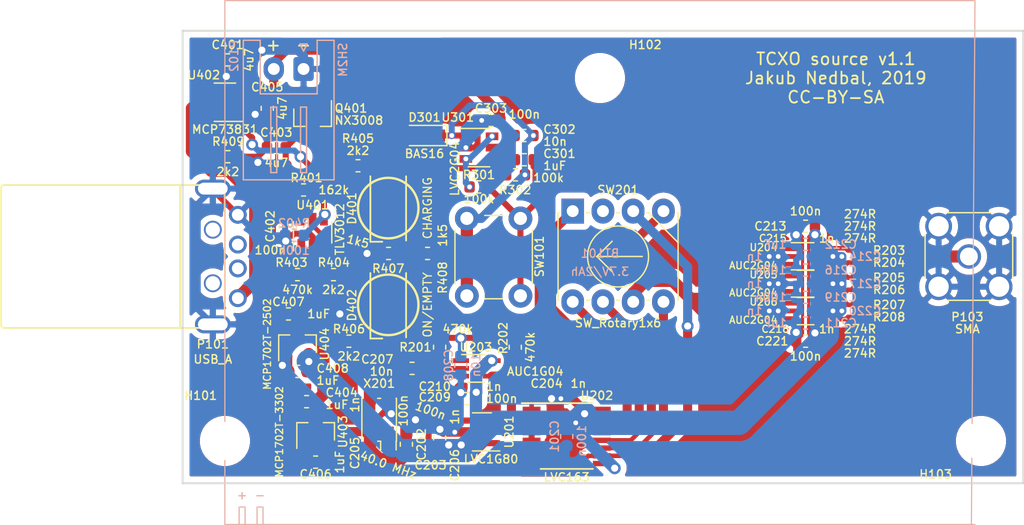
<source format=kicad_pcb>
(kicad_pcb (version 20171130) (host pcbnew 5.1.3)
  (layers (0 F.Cu signal) (31 B.Cu signal) (34 B.Paste user) (35 F.Paste user hide) (36 B.SilkS user) (37 F.SilkS user) (38 B.Mask user hide) (39 F.Mask user hide) (44 Edge.Cuts user))
  (net 0 "")
  (net 1 GND)
  (net 2 +5V)
  (net 3 +3V8)
  (net 4 +2V5)
  (net 5 +3V3)
  (net 6 "Net-(C207-Pad2)")
  (net 7 "Net-(C207-Pad1)")
  (net 8 "Net-(C208-Pad1)")
  (net 9 /TCXO/OUT)
  (net 10 /switch/POWER_ON)
  (net 11 "/Charger & Power Supply/STAT")
  (net 12 "/Charger & Power Supply/Cred")
  (net 13 "/Charger & Power Supply/Cgrn")
  (net 14 "/Charger & Power Supply/Bred")
  (net 15 "/Charger & Power Supply/~V_OK")
  (net 16 "/Charger & Power Supply/Bgrn")
  (net 17 "/Charger & Power Supply/VSENSE")
  (net 18 "/Charger & Power Supply/TH")
  (net 19 "/Charger & Power Supply/REF")
  (net 20 "/Charger & Power Supply/PROG")
  (net 21 +BATT)
  (net 22 /SWITCH1)
  (net 23 /SWITCH2)
  (net 24 "Net-(R202-Pad1)")
  (net 25 "Net-(R203-Pad2)")
  (net 26 "Net-(R204-Pad2)")
  (net 27 "Net-(R205-Pad2)")
  (net 28 "Net-(R206-Pad2)")
  (net 29 "Net-(R207-Pad2)")
  (net 30 "Net-(R208-Pad2)")
  (net 31 "Net-(R301-Pad1)")
  (net 32 "Net-(SW201-Pad6)")
  (net 33 "Net-(SW201-Pad3)")
  (net 34 "Net-(SW201-Pad5)")
  (net 35 "Net-(SW201-Pad4)")
  (net 36 "Net-(SW201-Pad8)")
  (net 37 "Net-(SW201-Pad7)")
  (net 38 "Net-(P101-Pad2)")
  (net 39 "Net-(P101-Pad3)")
  (net 40 "Net-(SW201-Pad2)")
  (net 41 "Net-(U202-Pad15)")
  (net 42 "Net-(X201-Pad1)")
  (module Connector_Coaxial:SMA_Amphenol_132134_Vertical (layer F.Cu) (at 218.948 99.06 270)
    (fp_text reference P103 (at 5.08 0.127 180) (layer F.SilkS) (effects (font (size 0.7 0.7) (thickness 0.12))))
    (fp_text value SMA (at 6.096 0.127 180) (layer F.SilkS) (effects (font (size 0.7 0.7) (thickness 0.12))))
    (pad 2 thru_hole circle (at -2.54 2.54 270) (size 2.25 2.25) (drill 1.7) (layers *.Cu *.Mask) (net 1 GND))
    (pad 2 thru_hole circle (at -2.54 -2.54 270) (size 2.25 2.25) (drill 1.7) (layers *.Cu *.Mask) (net 1 GND))
    (pad 2 thru_hole circle (at 2.54 -2.54 270) (size 2.25 2.25) (drill 1.7) (layers *.Cu *.Mask) (net 1 GND))
    (pad 2 thru_hole circle (at 2.54 2.54 270) (size 2.25 2.25) (drill 1.7) (layers *.Cu *.Mask) (net 1 GND))
    (pad 1 thru_hole circle (at 0 0 270) (size 2.05 2.05) (drill 1.5) (layers *.Cu *.Mask) (net 9 /TCXO/OUT))
  )
  (module Resistor_SMD:R_0603_1608Metric (layer F.Cu) (at 177.8 93.218)
    (fp_text reference R301 (at 0 -1.016) (layer F.SilkS) (effects (font (size 0.7 0.7) (thickness 0.12))))
    (fp_text value 100k (at 0 1.016) (layer F.SilkS) (effects (font (size 0.7 0.7) (thickness 0.12))))
    (pad 2 smd roundrect (at 0.7875 0) (size 0.875 0.95) (layers F.Cu F.Paste F.Mask) (net 22 /SWITCH1))
    (pad 1 smd roundrect (at -0.7875 0) (size 0.875 0.95) (layers F.Cu F.Paste F.Mask) (net 31 "Net-(R301-Pad1)"))
  )
  (module Capacitor_SMD:C_0603_1608Metric (layer F.Cu) (at 205.232 106.172)
    (fp_text reference C218 (at -2.54 -1.016) (layer F.SilkS) (effects (font (size 0.6 0.6) (thickness 0.11))))
    (fp_text value 100n (at 0 1.27) (layer F.SilkS) (effects (font (size 0.7 0.7) (thickness 0.12))))
    (pad 2 smd roundrect (at 0.7875 0) (size 0.875 0.95) (layers F.Cu F.Paste F.Mask) (net 4 +2V5))
    (pad 1 smd roundrect (at -0.7875 0) (size 0.875 0.95) (layers F.Cu F.Paste F.Mask) (net 1 GND))
  )
  (module Capacitor_SMD:C_0402_1005Metric (layer B.Cu) (at 205.232 103.632 180)
    (fp_text reference C220 (at -3.556 0) (layer B.SilkS) (effects (font (size 0.7 0.7) (thickness 0.12)) (justify right mirror)))
    (fp_text value 1n (at 3.556 0) (layer B.SilkS) (effects (font (size 0.7 0.7) (thickness 0.12)) (justify left mirror)))
    (pad 2 smd roundrect (at 0.485 0 180) (size 0.59 0.64) (layers B.Cu B.Paste B.Mask) (net 1 GND))
    (pad 1 smd roundrect (at -0.485 0 180) (size 0.59 0.64) (layers B.Cu B.Paste B.Mask) (net 4 +2V5))
  )
  (module Capacitor_SMD:C_0402_1005Metric (layer B.Cu) (at 205.232 99.06 180)
    (fp_text reference C214 (at -3.556 0) (layer B.SilkS) (effects (font (size 0.7 0.7) (thickness 0.12)) (justify right mirror)))
    (fp_text value 1n (at 3.556 0) (layer B.SilkS) (effects (font (size 0.7 0.7) (thickness 0.12)) (justify left mirror)))
    (pad 2 smd roundrect (at 0.485 0 180) (size 0.59 0.64) (layers B.Cu B.Paste B.Mask) (net 1 GND))
    (pad 1 smd roundrect (at -0.485 0 180) (size 0.59 0.64) (layers B.Cu B.Paste B.Mask) (net 4 +2V5))
  )
  (module Capacitor_SMD:C_0603_1608Metric (layer B.Cu) (at 205.232 98.044 180)
    (fp_text reference C212 (at -1.524 0 180) (layer B.SilkS) (effects (font (size 0.7 0.7) (thickness 0.12)) (justify right mirror)))
    (fp_text value 1uF (at 1.524 0 180) (layer B.SilkS) (effects (font (size 0.7 0.7) (thickness 0.12)) (justify left mirror)))
    (pad 2 smd roundrect (at 0.7875 0 180) (size 0.875 0.95) (layers B.Cu B.Paste B.Mask) (net 1 GND))
    (pad 1 smd roundrect (at -0.7875 0 180) (size 0.875 0.95) (layers B.Cu B.Paste B.Mask) (net 4 +2V5))
  )
  (module jakub:LEDdual_3.2x2.8 (layer F.Cu) (at 170.18 95.022 90)
    (fp_text reference D401 (at 0 -3.048 90) (layer F.SilkS) (effects (font (size 0.7 0.7) (thickness 0.12))))
    (fp_text value LED_R/G)
    (pad 2 smd rect (at 1.55 0.85 270) (size 1.5 0.9) (layers F.Cu F.Paste F.Mask) (net 11 "/Charger & Power Supply/STAT"))
    (pad 1 smd rect (at 1.55 -0.85 270) (size 1.5 0.9) (layers F.Cu F.Paste F.Mask) (net 12 "/Charger & Power Supply/Cred"))
    (pad 4 smd rect (at -1.55 0.85 270) (size 1.5 0.9) (layers F.Cu F.Paste F.Mask) (net 13 "/Charger & Power Supply/Cgrn"))
    (pad 3 smd rect (at -1.55 -0.85 270) (size 1.5 0.9) (layers F.Cu F.Paste F.Mask) (net 11 "/Charger & Power Supply/STAT"))
  )
  (module Capacitor_SMD:C_0603_1608Metric (layer F.Cu) (at 161.544 96.52 90)
    (fp_text reference C402 (at 0 -1.27 90) (layer F.SilkS) (effects (font (size 0.7 0.7) (thickness 0.12))))
    (fp_text value 100n (at -2.0065 -1.27 180) (layer F.SilkS) (effects (font (size 0.7 0.7) (thickness 0.12))))
    (pad 1 smd roundrect (at -0.7875 0 90) (size 0.875 0.95) (layers F.Cu F.Paste F.Mask) (net 1 GND))
    (pad 2 smd roundrect (at 0.7875 0 90) (size 0.875 0.95) (layers F.Cu F.Paste F.Mask) (net 3 +3V8))
  )
  (module jakub:LEDdual_3.2x2.8 (layer F.Cu) (at 170.18 103.15 90)
    (fp_text reference D402 (at 0 -3.048 90) (layer F.SilkS) (effects (font (size 0.7 0.7) (thickness 0.12))))
    (fp_text value LED_R/G)
    (pad 3 smd rect (at -1.55 -0.85 270) (size 1.5 0.9) (layers F.Cu F.Paste F.Mask) (net 14 "/Charger & Power Supply/Bred"))
    (pad 4 smd rect (at -1.55 0.85 270) (size 1.5 0.9) (layers F.Cu F.Paste F.Mask) (net 15 "/Charger & Power Supply/~V_OK"))
    (pad 1 smd rect (at 1.55 -0.85 270) (size 1.5 0.9) (layers F.Cu F.Paste F.Mask) (net 15 "/Charger & Power Supply/~V_OK"))
    (pad 2 smd rect (at 1.55 0.85 270) (size 1.5 0.9) (layers F.Cu F.Paste F.Mask) (net 16 "/Charger & Power Supply/Bgrn"))
  )
  (module Resistor_SMD:R_0603_1608Metric (layer F.Cu) (at 162.56 100.584 180)
    (fp_text reference R403 (at 0.508 1.016) (layer F.SilkS) (effects (font (size 0.7 0.7) (thickness 0.12))))
    (fp_text value 470k (at 0 -1.27) (layer F.SilkS) (effects (font (size 0.7 0.7) (thickness 0.12))))
    (pad 2 smd roundrect (at 0.7875 0 180) (size 0.875 0.95) (layers F.Cu F.Paste F.Mask) (net 15 "/Charger & Power Supply/~V_OK"))
    (pad 1 smd roundrect (at -0.7875 0 180) (size 0.875 0.95) (layers F.Cu F.Paste F.Mask) (net 18 "/Charger & Power Supply/TH"))
  )
  (module Resistor_SMD:R_0603_1608Metric (layer F.Cu) (at 165.5825 100.584)
    (fp_text reference R404 (at 0.0255 -1.016) (layer F.SilkS) (effects (font (size 0.7 0.7) (thickness 0.12))))
    (fp_text value 2k2 (at 0 1.27) (layer F.SilkS) (effects (font (size 0.7 0.7) (thickness 0.12))))
    (pad 2 smd roundrect (at 0.7875 0) (size 0.875 0.95) (layers F.Cu F.Paste F.Mask) (net 19 "/Charger & Power Supply/REF"))
    (pad 1 smd roundrect (at -0.7875 0) (size 0.875 0.95) (layers F.Cu F.Paste F.Mask) (net 18 "/Charger & Power Supply/TH"))
  )
  (module Package_TO_SOT_SMD:SOT-23-6 (layer F.Cu) (at 163.83 97.028 90)
    (fp_text reference U401 (at 2.286 0 180) (layer F.SilkS) (effects (font (size 0.7 0.7) (thickness 0.12))))
    (fp_text value TLV3012 (at 0.254 2.286 90) (layer F.SilkS) (effects (font (size 0.7 0.7) (thickness 0.12))))
    (pad 1 smd rect (at -1.1 -0.95 90) (size 1.06 0.65) (layers F.Cu F.Paste F.Mask) (net 15 "/Charger & Power Supply/~V_OK"))
    (pad 2 smd rect (at -1.1 0 90) (size 1.06 0.65) (layers F.Cu F.Paste F.Mask) (net 1 GND))
    (pad 3 smd rect (at -1.1 0.95 90) (size 1.06 0.65) (layers F.Cu F.Paste F.Mask) (net 18 "/Charger & Power Supply/TH"))
    (pad 4 smd rect (at 1.1 0.95 90) (size 1.06 0.65) (layers F.Cu F.Paste F.Mask) (net 17 "/Charger & Power Supply/VSENSE"))
    (pad 6 smd rect (at 1.1 -0.95 90) (size 1.06 0.65) (layers F.Cu F.Paste F.Mask) (net 3 +3V8))
    (pad 5 smd rect (at 1.1 0 90) (size 1.06 0.65) (layers F.Cu F.Paste F.Mask) (net 19 "/Charger & Power Supply/REF"))
  )
  (module jakub:Molex_USB_A (layer F.Cu) (at 155.448 99.06 270)
    (fp_text reference P101 (at 7.366 0) (layer F.SilkS) (effects (font (size 0.7 0.7) (thickness 0.12))))
    (fp_text value USB_A (at 8.636 0) (layer F.SilkS) (effects (font (size 0.7 0.7) (thickness 0.12))))
    (pad "" np_thru_hole circle (at 2.25 0 270) (size 1.5 1.5) (drill 1.2) (layers *.Cu *.Mask))
    (pad "" np_thru_hole circle (at -2.25 0 270) (size 1.5 1.5) (drill 1.2) (layers *.Cu *.Mask))
    (pad 2 thru_hole circle (at 1 -2.1 270) (size 1.5 1.5) (drill 1) (layers *.Cu *.Mask) (net 38 "Net-(P101-Pad2)"))
    (pad 3 thru_hole circle (at -1 -2.1 270) (size 1.5 1.5) (drill 1) (layers *.Cu *.Mask) (net 39 "Net-(P101-Pad3)"))
    (pad 1 thru_hole circle (at 3.5 -2.1 270) (size 1.5 1.5) (drill 1) (layers *.Cu *.Mask) (net 2 +5V))
    (pad 4 thru_hole circle (at -3.5 -2.1 270) (size 1.5 1.5) (drill 1) (layers *.Cu *.Mask) (net 1 GND))
    (pad 5 thru_hole oval (at 5.7 0 270) (size 1.5 3) (drill oval 1 2.5) (layers *.Cu *.Mask) (net 1 GND))
    (pad 5 thru_hole oval (at -5.7 0 270) (size 1.5 3) (drill oval 1 2.5) (layers *.Cu *.Mask) (net 1 GND))
  )
  (module Capacitor_SMD:C_0603_1608Metric (layer F.Cu) (at 171.704 114.8335 270)
    (fp_text reference C202 (at 0 -1.27 90) (layer F.SilkS) (effects (font (size 0.7 0.7) (thickness 0.12))))
    (fp_text value 100n (at -2.8195 0.254 90) (layer F.SilkS) (effects (font (size 0.7 0.7) (thickness 0.12))))
    (pad 2 smd roundrect (at 0.7875 0 270) (size 0.875 0.95) (layers F.Cu F.Paste F.Mask) (net 5 +3V3))
    (pad 1 smd roundrect (at -0.7875 0 270) (size 0.875 0.95) (layers F.Cu F.Paste F.Mask) (net 1 GND))
  )
  (module Capacitor_SMD:C_0402_1005Metric (layer F.Cu) (at 167.386 113.284 270)
    (fp_text reference C205 (at 2.286 0 90) (layer F.SilkS) (effects (font (size 0.7 0.7) (thickness 0.12))))
    (fp_text value 1n (at -1.778 0 90) (layer F.SilkS) (effects (font (size 0.7 0.7) (thickness 0.12))))
    (pad 2 smd roundrect (at 0.485 0 270) (size 0.59 0.64) (layers F.Cu F.Paste F.Mask) (net 5 +3V3))
    (pad 1 smd roundrect (at -0.485 0 270) (size 0.59 0.64) (layers F.Cu F.Paste F.Mask) (net 1 GND))
  )
  (module Capacitor_SMD:C_0603_1608Metric (layer F.Cu) (at 172.1865 108.458 180)
    (fp_text reference C207 (at 1.4985 0.762) (layer F.SilkS) (effects (font (size 0.7 0.7) (thickness 0.12)) (justify right)))
    (fp_text value 10n (at 1.4985 -0.254) (layer F.SilkS) (effects (font (size 0.7 0.7) (thickness 0.12)) (justify right)))
    (pad 1 smd roundrect (at -0.7875 0 180) (size 0.875 0.95) (layers F.Cu F.Paste F.Mask) (net 7 "Net-(C207-Pad1)"))
    (pad 2 smd roundrect (at 0.7875 0 180) (size 0.875 0.95) (layers F.Cu F.Paste F.Mask) (net 6 "Net-(C207-Pad2)"))
  )
  (module Capacitor_SMD:C_0603_1608Metric (layer B.Cu) (at 176.276 108.204 270)
    (fp_text reference C208 (at 0 1.016 90) (layer B.SilkS) (effects (font (size 0.7 0.7) (thickness 0.12)) (justify mirror)))
    (fp_text value 10n (at 0 -1.27 90) (layer B.SilkS) (effects (font (size 0.7 0.7) (thickness 0.12)) (justify mirror)))
    (pad 2 smd roundrect (at 0.7875 0 270) (size 0.875 0.95) (layers B.Cu B.Paste B.Mask) (net 1 GND))
    (pad 1 smd roundrect (at -0.7875 0 270) (size 0.875 0.95) (layers B.Cu B.Paste B.Mask) (net 8 "Net-(C208-Pad1)"))
  )
  (module Capacitor_SMD:C_0603_1608Metric (layer F.Cu) (at 176.784 110.998)
    (fp_text reference C209 (at -1.27 -0.127) (layer F.SilkS) (effects (font (size 0.7 0.7) (thickness 0.12)) (justify right)))
    (fp_text value 100n (at 1.524 0) (layer F.SilkS) (effects (font (size 0.7 0.7) (thickness 0.12)) (justify left)))
    (pad 1 smd roundrect (at -0.7875 0) (size 0.875 0.95) (layers F.Cu F.Paste F.Mask) (net 1 GND))
    (pad 2 smd roundrect (at 0.7875 0) (size 0.875 0.95) (layers F.Cu F.Paste F.Mask) (net 4 +2V5))
  )
  (module Capacitor_SMD:C_0402_1005Metric (layer F.Cu) (at 177.038 109.982 180)
    (fp_text reference C210 (at 1.524 0) (layer F.SilkS) (effects (font (size 0.7 0.7) (thickness 0.12)) (justify right)))
    (fp_text value 1n (at -1.27 0) (layer F.SilkS) (effects (font (size 0.7 0.7) (thickness 0.12)) (justify left)))
    (pad 1 smd roundrect (at -0.485 0 180) (size 0.59 0.64) (layers F.Cu F.Paste F.Mask) (net 4 +2V5))
    (pad 2 smd roundrect (at 0.485 0 180) (size 0.59 0.64) (layers F.Cu F.Paste F.Mask) (net 1 GND))
  )
  (module Capacitor_SMD:C_0603_1608Metric (layer F.Cu) (at 178.816 87.63)
    (fp_text reference C303 (at 0 -1.016) (layer F.SilkS) (effects (font (size 0.7 0.7) (thickness 0.12))))
    (fp_text value 100n (at 2.794 -0.508) (layer F.SilkS) (effects (font (size 0.7 0.7) (thickness 0.12))))
    (pad 2 smd roundrect (at 0.7875 0) (size 0.875 0.95) (layers F.Cu F.Paste F.Mask) (net 21 +BATT))
    (pad 1 smd roundrect (at -0.7875 0) (size 0.875 0.95) (layers F.Cu F.Paste F.Mask) (net 1 GND))
  )
  (module Capacitor_SMD:C_0603_1608Metric (layer F.Cu) (at 156.6925 82.55)
    (fp_text reference C401 (at 0 -1.27) (layer F.SilkS) (effects (font (size 0.7 0.7) (thickness 0.12))))
    (fp_text value 4u7 (at 1.8035 0 90) (layer F.SilkS) (effects (font (size 0.7 0.7) (thickness 0.12))))
    (pad 2 smd roundrect (at 0.7875 0) (size 0.875 0.95) (layers F.Cu F.Paste F.Mask) (net 1 GND))
    (pad 1 smd roundrect (at -0.7875 0) (size 0.875 0.95) (layers F.Cu F.Paste F.Mask) (net 2 +5V))
  )
  (module Capacitor_SMD:C_0603_1608Metric (layer F.Cu) (at 160.782 89.916 180)
    (fp_text reference C403 (at 0 1.27) (layer F.SilkS) (effects (font (size 0.7 0.7) (thickness 0.12))))
    (fp_text value 4u7 (at 0 -1.27) (layer F.SilkS) (effects (font (size 0.7 0.7) (thickness 0.12))))
    (pad 2 smd roundrect (at 0.7875 0 180) (size 0.875 0.95) (layers F.Cu F.Paste F.Mask) (net 1 GND))
    (pad 1 smd roundrect (at -0.7875 0 180) (size 0.875 0.95) (layers F.Cu F.Paste F.Mask) (net 3 +3V8))
  )
  (module Capacitor_SMD:C_0603_1608Metric (layer F.Cu) (at 163.322 111.252 180)
    (fp_text reference C404 (at -1.524 0.762) (layer F.SilkS) (effects (font (size 0.7 0.7) (thickness 0.12)) (justify left)))
    (fp_text value 1uF (at -1.524 -0.254) (layer F.SilkS) (effects (font (size 0.7 0.7) (thickness 0.12)) (justify left)))
    (pad 2 smd roundrect (at 0.7875 0 180) (size 0.875 0.95) (layers F.Cu F.Paste F.Mask) (net 1 GND))
    (pad 1 smd roundrect (at -0.7875 0 180) (size 0.875 0.95) (layers F.Cu F.Paste F.Mask) (net 3 +3V8))
  )
  (module Capacitor_SMD:C_0603_1608Metric (layer F.Cu) (at 160.02 86.614 270)
    (fp_text reference C405 (at -1.778 0 180) (layer F.SilkS) (effects (font (size 0.7 0.7) (thickness 0.12))))
    (fp_text value 4u7 (at 0 -1.27 270) (layer F.SilkS) (effects (font (size 0.7 0.7) (thickness 0.12))))
    (pad 2 smd roundrect (at 0.7875 0 270) (size 0.875 0.95) (layers F.Cu F.Paste F.Mask) (net 1 GND))
    (pad 1 smd roundrect (at -0.7875 0 270) (size 0.875 0.95) (layers F.Cu F.Paste F.Mask) (net 21 +BATT))
  )
  (module Capacitor_SMD:C_0603_1608Metric (layer F.Cu) (at 164.084 116.332 180)
    (fp_text reference C406 (at 0 -1.016) (layer F.SilkS) (effects (font (size 0.7 0.7) (thickness 0.12))))
    (fp_text value 1uF (at -2.032 0 270) (layer F.SilkS) (effects (font (size 0.7 0.7) (thickness 0.12))))
    (pad 1 smd roundrect (at -0.7875 0 180) (size 0.875 0.95) (layers F.Cu F.Paste F.Mask) (net 5 +3V3))
    (pad 2 smd roundrect (at 0.7875 0 180) (size 0.875 0.95) (layers F.Cu F.Paste F.Mask) (net 1 GND))
  )
  (module Capacitor_SMD:C_0603_1608Metric (layer F.Cu) (at 161.798 103.886 180)
    (fp_text reference C407 (at 0 1.016) (layer F.SilkS) (effects (font (size 0.7 0.7) (thickness 0.12))))
    (fp_text value 1uF (at -2.54 0) (layer F.SilkS) (effects (font (size 0.7 0.7) (thickness 0.12))))
    (pad 1 smd roundrect (at -0.7875 0 180) (size 0.875 0.95) (layers F.Cu F.Paste F.Mask) (net 3 +3V8))
    (pad 2 smd roundrect (at 0.7875 0 180) (size 0.875 0.95) (layers F.Cu F.Paste F.Mask) (net 1 GND))
  )
  (module Capacitor_SMD:C_0603_1608Metric (layer F.Cu) (at 162.5855 108.712 180)
    (fp_text reference C408 (at -1.4985 0.254) (layer F.SilkS) (effects (font (size 0.7 0.7) (thickness 0.12)) (justify left)))
    (fp_text value 1uF (at -1.4985 -0.762) (layer F.SilkS) (effects (font (size 0.7 0.7) (thickness 0.12)) (justify left)))
    (pad 1 smd roundrect (at -0.7875 0 180) (size 0.875 0.95) (layers F.Cu F.Paste F.Mask) (net 4 +2V5))
    (pad 2 smd roundrect (at 0.7875 0 180) (size 0.875 0.95) (layers F.Cu F.Paste F.Mask) (net 1 GND))
  )
  (module Connector_JST:JST_XH_S2B-XH-A_1x02_P2.50mm_Horizontal (layer B.Cu) (at 163.068 83.312 180)
    (fp_text reference P102 (at 5.842 2.54 90) (layer B.SilkS) (effects (font (size 0.7 0.7) (thickness 0.12)) (justify left mirror)))
    (fp_text value SH2M (at -3.302 2.286 90) (layer B.SilkS) (effects (font (size 0.7 0.7) (thickness 0.12)) (justify left mirror)))
    (pad 1 thru_hole roundrect (at 0 0 180) (size 1.7 2) (drill 1) (layers *.Cu *.Mask) (roundrect_rratio 0.147059) (net 1 GND))
    (pad 2 thru_hole oval (at 2.5 0 180) (size 1.7 2) (drill 1) (layers *.Cu *.Mask) (net 21 +BATT))
  )
  (module Package_TO_SOT_SMD:SOT-23 (layer F.Cu) (at 163.83 87.376 270)
    (fp_text reference Q401 (at -0.762 -1.778 180) (layer F.SilkS) (effects (font (size 0.7 0.7) (thickness 0.12)) (justify left)))
    (fp_text value NX3008 (at 0.254 -1.778) (layer F.SilkS) (effects (font (size 0.7 0.7) (thickness 0.12)) (justify left)))
    (pad 1 smd rect (at -1 -0.95 270) (size 0.9 0.8) (layers F.Cu F.Paste F.Mask) (net 10 /switch/POWER_ON))
    (pad 2 smd rect (at -1 0.95 270) (size 0.9 0.8) (layers F.Cu F.Paste F.Mask) (net 21 +BATT))
    (pad 3 smd rect (at 1 0 270) (size 0.9 0.8) (layers F.Cu F.Paste F.Mask) (net 3 +3V8))
  )
  (module Resistor_SMD:R_0603_1608Metric (layer F.Cu) (at 174.498 106.68 270)
    (fp_text reference R201 (at 0 2.032 180) (layer F.SilkS) (effects (font (size 0.7 0.7) (thickness 0.12))))
    (fp_text value 470k (at -1.524 -1.524 180) (layer F.SilkS) (effects (font (size 0.7 0.7) (thickness 0.12))))
    (pad 1 smd roundrect (at -0.7875 0 270) (size 0.875 0.95) (layers F.Cu F.Paste F.Mask) (net 8 "Net-(C208-Pad1)"))
    (pad 2 smd roundrect (at 0.7875 0 270) (size 0.875 0.95) (layers F.Cu F.Paste F.Mask) (net 7 "Net-(C207-Pad1)"))
  )
  (module Resistor_SMD:R_0603_1608Metric (layer F.Cu) (at 180.848 106.68 90)
    (fp_text reference R202 (at 0.762 -1.016 90) (layer F.SilkS) (effects (font (size 0.7 0.7) (thickness 0.12))))
    (fp_text value 470k (at 0 1.27 90) (layer F.SilkS) (effects (font (size 0.7 0.7) (thickness 0.12))))
    (pad 2 smd roundrect (at 0.7875 0 90) (size 0.875 0.95) (layers F.Cu F.Paste F.Mask) (net 8 "Net-(C208-Pad1)"))
    (pad 1 smd roundrect (at -0.7875 0 90) (size 0.875 0.95) (layers F.Cu F.Paste F.Mask) (net 24 "Net-(R202-Pad1)"))
  )
  (module Resistor_SMD:R_0603_1608Metric (layer F.Cu) (at 163.068 93.472)
    (fp_text reference R401 (at 0.254 -1.016) (layer F.SilkS) (effects (font (size 0.7 0.7) (thickness 0.12))))
    (fp_text value 162k (at 2.54 0) (layer F.SilkS) (effects (font (size 0.7 0.7) (thickness 0.12))))
    (pad 2 smd roundrect (at 0.7875 0) (size 0.875 0.95) (layers F.Cu F.Paste F.Mask) (net 17 "/Charger & Power Supply/VSENSE"))
    (pad 1 smd roundrect (at -0.7875 0) (size 0.875 0.95) (layers F.Cu F.Paste F.Mask) (net 3 +3V8))
  )
  (module Resistor_SMD:R_0603_1608Metric (layer B.Cu) (at 162.306 97.282 180)
    (fp_text reference R402 (at 0.0255 1.016) (layer B.SilkS) (effects (font (size 0.7 0.7) (thickness 0.12)) (justify mirror)))
    (fp_text value 100k (at 0 -1.27) (layer B.SilkS) (effects (font (size 0.7 0.7) (thickness 0.12)) (justify mirror)))
    (pad 1 smd roundrect (at -0.7875 0 180) (size 0.875 0.95) (layers B.Cu B.Paste B.Mask) (net 17 "/Charger & Power Supply/VSENSE"))
    (pad 2 smd roundrect (at 0.7875 0 180) (size 0.875 0.95) (layers B.Cu B.Paste B.Mask) (net 1 GND))
  )
  (module Resistor_SMD:R_0603_1608Metric (layer F.Cu) (at 167.64 91.44)
    (fp_text reference R405 (at 0 -2.286) (layer F.SilkS) (effects (font (size 0.7 0.7) (thickness 0.12))))
    (fp_text value 2k2 (at 0 -1.27) (layer F.SilkS) (effects (font (size 0.7 0.7) (thickness 0.12))))
    (pad 1 smd roundrect (at -0.7875 0) (size 0.875 0.95) (layers F.Cu F.Paste F.Mask) (net 2 +5V))
    (pad 2 smd roundrect (at 0.7875 0) (size 0.875 0.95) (layers F.Cu F.Paste F.Mask) (net 12 "/Charger & Power Supply/Cred"))
  )
  (module Resistor_SMD:R_0603_1608Metric (layer F.Cu) (at 166.878 106.172 180)
    (fp_text reference R406 (at 0 1.016) (layer F.SilkS) (effects (font (size 0.7 0.7) (thickness 0.12))))
    (fp_text value 2k2 (at 0 -1.27) (layer F.SilkS) (effects (font (size 0.7 0.7) (thickness 0.12))))
    (pad 1 smd roundrect (at -0.7875 0 180) (size 0.875 0.95) (layers F.Cu F.Paste F.Mask) (net 14 "/Charger & Power Supply/Bred"))
    (pad 2 smd roundrect (at 0.7875 0 180) (size 0.875 0.95) (layers F.Cu F.Paste F.Mask) (net 1 GND))
  )
  (module Resistor_SMD:R_0603_1608Metric (layer F.Cu) (at 170.2055 98.806 180)
    (fp_text reference R407 (at 0.0255 -1.27) (layer F.SilkS) (effects (font (size 0.7 0.7) (thickness 0.12))))
    (fp_text value 1k5 (at 2.5655 1.016 -15) (layer F.SilkS) (effects (font (size 0.7 0.7) (thickness 0.12))))
    (pad 2 smd roundrect (at 0.7875 0 180) (size 0.875 0.95) (layers F.Cu F.Paste F.Mask) (net 1 GND))
    (pad 1 smd roundrect (at -0.7875 0 180) (size 0.875 0.95) (layers F.Cu F.Paste F.Mask) (net 13 "/Charger & Power Supply/Cgrn"))
  )
  (module Resistor_SMD:R_0603_1608Metric (layer F.Cu) (at 173.482 98.806 180)
    (fp_text reference R408 (at -1.27 -2.032 90) (layer F.SilkS) (effects (font (size 0.7 0.7) (thickness 0.12))))
    (fp_text value 1k5 (at -1.27 1.524 90) (layer F.SilkS) (effects (font (size 0.7 0.7) (thickness 0.12))))
    (pad 2 smd roundrect (at 0.7875 0 180) (size 0.875 0.95) (layers F.Cu F.Paste F.Mask) (net 16 "/Charger & Power Supply/Bgrn"))
    (pad 1 smd roundrect (at -0.7875 0 180) (size 0.875 0.95) (layers F.Cu F.Paste F.Mask) (net 3 +3V8))
  )
  (module Resistor_SMD:R_0603_1608Metric (layer F.Cu) (at 156.718 90.678)
    (fp_text reference R409 (at 0.0255 -1.27) (layer F.SilkS) (effects (font (size 0.7 0.7) (thickness 0.12))))
    (fp_text value 2k2 (at 0 1.27) (layer F.SilkS) (effects (font (size 0.7 0.7) (thickness 0.12))))
    (pad 1 smd roundrect (at -0.7875 0) (size 0.875 0.95) (layers F.Cu F.Paste F.Mask) (net 20 "/Charger & Power Supply/PROG"))
    (pad 2 smd roundrect (at 0.7875 0) (size 0.875 0.95) (layers F.Cu F.Paste F.Mask) (net 1 GND))
  )
  (module Button_Switch_THT:SW_PUSH_6mm_H13mm (layer F.Cu) (at 176.784 102.362 90)
    (fp_text reference SW101 (at 3.302 6.096 270) (layer F.SilkS) (effects (font (size 0.7 0.7) (thickness 0.12))))
    (fp_text value SW_Push)
    (pad 2 thru_hole circle (at 0 4.5 180) (size 2 2) (drill 1.1) (layers *.Cu *.Mask) (net 22 /SWITCH1))
    (pad 1 thru_hole circle (at 0 0 180) (size 2 2) (drill 1.1) (layers *.Cu *.Mask) (net 23 /SWITCH2))
    (pad 2 thru_hole circle (at 6.5 4.5 180) (size 2 2) (drill 1.1) (layers *.Cu *.Mask) (net 22 /SWITCH1))
    (pad 1 thru_hole circle (at 6.5 0 180) (size 2 2) (drill 1.1) (layers *.Cu *.Mask) (net 23 /SWITCH2))
  )
  (module Package_TO_SOT_SMD:SOT-353_SC-70-5_Handsoldering (layer F.Cu) (at 177.546 108.458)
    (fp_text reference U203 (at 0 -1.778 180) (layer F.SilkS) (effects (font (size 0.7 0.7) (thickness 0.12))))
    (fp_text value AUC1G04 (at 2.54 0.254) (layer F.SilkS) (effects (font (size 0.7 0.7) (thickness 0.12)) (justify left)))
    (pad 5 smd rect (at 1.33 -0.65) (size 1.5 0.4) (layers F.Cu F.Paste F.Mask) (net 4 +2V5))
    (pad 4 smd rect (at 1.33 0.65) (size 1.5 0.4) (layers F.Cu F.Paste F.Mask) (net 24 "Net-(R202-Pad1)"))
    (pad 3 smd rect (at -1.33 0.65) (size 1.5 0.4) (layers F.Cu F.Paste F.Mask) (net 1 GND))
    (pad 2 smd rect (at -1.33 0) (size 1.5 0.4) (layers F.Cu F.Paste F.Mask) (net 7 "Net-(C207-Pad1)"))
    (pad 1 smd rect (at -1.33 -0.65) (size 1.5 0.4) (layers F.Cu F.Paste F.Mask))
  )
  (module Package_TO_SOT_SMD:SOT-23 (layer F.Cu) (at 164.084 113.776 90)
    (fp_text reference U403 (at 0 2.286 90) (layer F.SilkS) (effects (font (size 0.7 0.7) (thickness 0.12))))
    (fp_text value MCP1702T-3302 (at -0.016 -3.048 90) (layer F.SilkS) (effects (font (size 0.6 0.6) (thickness 0.11))))
    (pad 1 smd rect (at -1 -0.95 90) (size 0.9 0.8) (layers F.Cu F.Paste F.Mask) (net 1 GND))
    (pad 2 smd rect (at -1 0.95 90) (size 0.9 0.8) (layers F.Cu F.Paste F.Mask) (net 5 +3V3))
    (pad 3 smd rect (at 1 0 90) (size 0.9 0.8) (layers F.Cu F.Paste F.Mask) (net 3 +3V8))
  )
  (module Package_TO_SOT_SMD:SOT-23 (layer F.Cu) (at 162.56 106.41 90)
    (fp_text reference U404 (at 0 2.286 90) (layer F.SilkS) (effects (font (size 0.7 0.7) (thickness 0.12))))
    (fp_text value MCP1702T-2502 (at -0.016 -2.54 90) (layer F.SilkS) (effects (font (size 0.6 0.6) (thickness 0.11))))
    (pad 3 smd rect (at 1 0 90) (size 0.9 0.8) (layers F.Cu F.Paste F.Mask) (net 3 +3V8))
    (pad 2 smd rect (at -1 0.95 90) (size 0.9 0.8) (layers F.Cu F.Paste F.Mask) (net 4 +2V5))
    (pad 1 smd rect (at -1 -0.95 90) (size 0.9 0.8) (layers F.Cu F.Paste F.Mask) (net 1 GND))
  )
  (module Oscillator:Oscillator_SMD_EuroQuartz_XO32-4Pin_3.2x2.5mm_HandSoldering (layer F.Cu) (at 169.418 112.776 90)
    (fp_text reference X201 (at 3.048 0) (layer F.SilkS) (effects (font (size 0.7 0.7) (thickness 0.12))))
    (fp_text value "40.0 MHz" (at -3.81 0.762 -20) (layer F.SilkS) (effects (font (size 0.7 0.7) (thickness 0.12))))
    (pad 1 smd rect (at -1.45 0.775 90) (size 1.75 0.9) (layers F.Cu F.Paste F.Mask) (net 42 "Net-(X201-Pad1)"))
    (pad 2 smd rect (at 1.45 0.775 90) (size 1.75 0.9) (layers F.Cu F.Paste F.Mask) (net 1 GND))
    (pad 3 smd rect (at 1.45 -0.775 90) (size 1.75 0.9) (layers F.Cu F.Paste F.Mask) (net 6 "Net-(C207-Pad2)"))
    (pad 4 smd rect (at -1.45 -0.775 90) (size 1.75 0.9) (layers F.Cu F.Paste F.Mask) (net 5 +3V3))
  )
  (module Package_TO_SOT_SMD:SOT-23-5 (layer F.Cu) (at 156.464 86.106 180)
    (fp_text reference U402 (at 1.778 2.286) (layer F.SilkS) (effects (font (size 0.7 0.7) (thickness 0.12))))
    (fp_text value MCP73831 (at 0 -2.286 180) (layer F.SilkS) (effects (font (size 0.7 0.7) (thickness 0.12))))
    (pad 1 smd rect (at -1.1 -0.95 180) (size 1.06 0.65) (layers F.Cu F.Paste F.Mask) (net 11 "/Charger & Power Supply/STAT"))
    (pad 2 smd rect (at -1.1 0 180) (size 1.06 0.65) (layers F.Cu F.Paste F.Mask) (net 1 GND))
    (pad 3 smd rect (at -1.1 0.95 180) (size 1.06 0.65) (layers F.Cu F.Paste F.Mask) (net 21 +BATT))
    (pad 4 smd rect (at 1.1 0.95 180) (size 1.06 0.65) (layers F.Cu F.Paste F.Mask) (net 2 +5V))
    (pad 5 smd rect (at 1.1 -0.95 180) (size 1.06 0.65) (layers F.Cu F.Paste F.Mask) (net 20 "/Charger & Power Supply/PROG"))
  )
  (module Capacitor_SMD:C_0603_1608Metric (layer F.Cu) (at 205.232 96.52)
    (fp_text reference C213 (at -1.524 0 180) (layer F.SilkS) (effects (font (size 0.7 0.7) (thickness 0.12)) (justify right)))
    (fp_text value 100n (at 0 -1.27) (layer F.SilkS) (effects (font (size 0.7 0.7) (thickness 0.12))))
    (pad 1 smd roundrect (at -0.7875 0) (size 0.875 0.95) (layers F.Cu F.Paste F.Mask) (net 1 GND))
    (pad 2 smd roundrect (at 0.7875 0) (size 0.875 0.95) (layers F.Cu F.Paste F.Mask) (net 4 +2V5))
  )
  (module Capacitor_SMD:C_0402_1005Metric (layer F.Cu) (at 205.232 97.536 180)
    (fp_text reference C215 (at 1.524 0) (layer F.SilkS) (effects (font (size 0.6 0.6) (thickness 0.11)) (justify right)))
    (fp_text value 1n (at -1.778 0) (layer F.SilkS) (effects (font (size 0.7 0.7) (thickness 0.12))))
    (pad 1 smd roundrect (at -0.485 0 180) (size 0.59 0.64) (layers F.Cu F.Paste F.Mask) (net 4 +2V5))
    (pad 2 smd roundrect (at 0.485 0 180) (size 0.59 0.64) (layers F.Cu F.Paste F.Mask) (net 1 GND))
  )
  (module Capacitor_SMD:C_0603_1608Metric (layer B.Cu) (at 205.232 100.203)
    (fp_text reference C216 (at 1.524 0) (layer B.SilkS) (effects (font (size 0.7 0.7) (thickness 0.12)) (justify right mirror)))
    (fp_text value 100n (at -1.524 0) (layer B.SilkS) (effects (font (size 0.7 0.7) (thickness 0.12)) (justify left mirror)))
    (pad 2 smd roundrect (at 0.7875 0) (size 0.875 0.95) (layers B.Cu B.Paste B.Mask) (net 4 +2V5))
    (pad 1 smd roundrect (at -0.7875 0) (size 0.875 0.95) (layers B.Cu B.Paste B.Mask) (net 1 GND))
  )
  (module Capacitor_SMD:C_0402_1005Metric (layer B.Cu) (at 205.232 101.346 180)
    (fp_text reference C217 (at -3.556 0 180) (layer B.SilkS) (effects (font (size 0.7 0.7) (thickness 0.12)) (justify right mirror)))
    (fp_text value 1n (at 3.556 0 180) (layer B.SilkS) (effects (font (size 0.7 0.7) (thickness 0.12)) (justify left mirror)))
    (pad 2 smd roundrect (at 0.485 0 180) (size 0.59 0.64) (layers B.Cu B.Paste B.Mask) (net 1 GND))
    (pad 1 smd roundrect (at -0.485 0 180) (size 0.59 0.64) (layers B.Cu B.Paste B.Mask) (net 4 +2V5))
  )
  (module Capacitor_SMD:C_0603_1608Metric (layer B.Cu) (at 205.232 104.648 180)
    (fp_text reference C211 (at -1.524 0 180) (layer B.SilkS) (effects (font (size 0.7 0.7) (thickness 0.12)) (justify right mirror)))
    (fp_text value 1uF (at 1.524 0 180) (layer B.SilkS) (effects (font (size 0.7 0.7) (thickness 0.12)) (justify left mirror)))
    (pad 1 smd roundrect (at -0.7875 0 180) (size 0.875 0.95) (layers B.Cu B.Paste B.Mask) (net 4 +2V5))
    (pad 2 smd roundrect (at 0.7875 0 180) (size 0.875 0.95) (layers B.Cu B.Paste B.Mask) (net 1 GND))
  )
  (module Resistor_SMD:R_0402_1005Metric (layer F.Cu) (at 209.804 98.552 180)
    (fp_text reference R203 (at -1.016 0) (layer F.SilkS) (effects (font (size 0.7 0.7) (thickness 0.12)) (justify left)))
    (fp_text value 274R (at 0 3.048) (layer F.SilkS) (effects (font (size 0.7 0.7) (thickness 0.12))))
    (pad 2 smd roundrect (at 0.485 0 180) (size 0.59 0.64) (layers F.Cu F.Paste F.Mask) (net 25 "Net-(R203-Pad2)"))
    (pad 1 smd roundrect (at -0.485 0 180) (size 0.59 0.64) (layers F.Cu F.Paste F.Mask) (net 9 /TCXO/OUT))
  )
  (module Resistor_SMD:R_0402_1005Metric (layer F.Cu) (at 209.804 99.568 180)
    (fp_text reference R204 (at -1.016 0) (layer F.SilkS) (effects (font (size 0.7 0.7) (thickness 0.12)) (justify left)))
    (fp_text value 274R (at 0 3.048) (layer F.SilkS) (effects (font (size 0.7 0.7) (thickness 0.12))))
    (pad 1 smd roundrect (at -0.485 0 180) (size 0.59 0.64) (layers F.Cu F.Paste F.Mask) (net 9 /TCXO/OUT))
    (pad 2 smd roundrect (at 0.485 0 180) (size 0.59 0.64) (layers F.Cu F.Paste F.Mask) (net 26 "Net-(R204-Pad2)"))
  )
  (module Resistor_SMD:R_0402_1005Metric (layer F.Cu) (at 209.804 100.838 180)
    (fp_text reference R205 (at -1.016 0) (layer F.SilkS) (effects (font (size 0.7 0.7) (thickness 0.12)) (justify left)))
    (fp_text value 274R (at 0 3.302) (layer F.SilkS) (effects (font (size 0.7 0.7) (thickness 0.12))))
    (pad 2 smd roundrect (at 0.485 0 180) (size 0.59 0.64) (layers F.Cu F.Paste F.Mask) (net 27 "Net-(R205-Pad2)"))
    (pad 1 smd roundrect (at -0.485 0 180) (size 0.59 0.64) (layers F.Cu F.Paste F.Mask) (net 9 /TCXO/OUT))
  )
  (module Resistor_SMD:R_0402_1005Metric (layer F.Cu) (at 209.804 101.854 180)
    (fp_text reference R206 (at -1.016 0) (layer F.SilkS) (effects (font (size 0.7 0.7) (thickness 0.12)) (justify left)))
    (fp_text value 274R (at 0 -3.302) (layer F.SilkS) (effects (font (size 0.7 0.7) (thickness 0.12))))
    (pad 1 smd roundrect (at -0.485 0 180) (size 0.59 0.64) (layers F.Cu F.Paste F.Mask) (net 9 /TCXO/OUT))
    (pad 2 smd roundrect (at 0.485 0 180) (size 0.59 0.64) (layers F.Cu F.Paste F.Mask) (net 28 "Net-(R206-Pad2)"))
  )
  (module MountingHole:MountingHole_3.2mm_M3 (layer F.Cu) (at 156.464 114.554)
    (fp_text reference H101 (at -2.032 -3.81) (layer F.SilkS) (effects (font (size 0.7 0.7) (thickness 0.12))))
    (fp_text value MountingHole)
    (pad 1 np_thru_hole circle (at 0 0) (size 3.2 3.2) (drill 3.2) (layers *.Cu *.Mask))
  )
  (module MountingHole:MountingHole_3.2mm_M3 (layer F.Cu) (at 187.96 84.074)
    (fp_text reference H102 (at 3.81 -2.794) (layer F.SilkS) (effects (font (size 0.7 0.7) (thickness 0.12))))
    (fp_text value MountingHole)
    (pad 1 np_thru_hole circle (at 0 0) (size 3.2 3.2) (drill 3.2) (layers *.Cu *.Mask))
  )
  (module MountingHole:MountingHole_3.2mm_M3 (layer F.Cu) (at 219.964 114.554)
    (fp_text reference H103 (at -3.81 2.794) (layer F.SilkS) (effects (font (size 0.7 0.7) (thickness 0.12))))
    (fp_text value MountingHole)
    (pad 1 np_thru_hole circle (at 0 0) (size 3.2 3.2) (drill 3.2) (layers *.Cu *.Mask))
  )
  (module Capacitor_SMD:C_0603_1608Metric (layer B.Cu) (at 185.171001 114.177001 90)
    (fp_text reference C201 (at 0 -1.021001 270) (layer B.SilkS) (effects (font (size 0.7 0.7) (thickness 0.12)) (justify mirror)))
    (fp_text value 100n (at -0.376999 1.264999 270) (layer B.SilkS) (effects (font (size 0.7 0.7) (thickness 0.12)) (justify mirror)))
    (pad 1 smd roundrect (at -0.7875 0 90) (size 0.875 0.95) (layers B.Cu B.Paste B.Mask) (net 1 GND))
    (pad 2 smd roundrect (at 0.7875 0 90) (size 0.875 0.95) (layers B.Cu B.Paste B.Mask) (net 4 +2V5))
  )
  (module Capacitor_SMD:C_0603_1608Metric (layer F.Cu) (at 174.498 114.3 270)
    (fp_text reference C203 (at 2.286 0.762 180) (layer F.SilkS) (effects (font (size 0.7 0.7) (thickness 0.12))))
    (fp_text value 100n (at -2.286 0.762 340) (layer F.SilkS) (effects (font (size 0.7 0.7) (thickness 0.12))))
    (pad 1 smd roundrect (at -0.7875 0 270) (size 0.875 0.95) (layers F.Cu F.Paste F.Mask) (net 1 GND))
    (pad 2 smd roundrect (at 0.7875 0 270) (size 0.875 0.95) (layers F.Cu F.Paste F.Mask) (net 4 +2V5))
  )
  (module Capacitor_SMD:C_0402_1005Metric (layer F.Cu) (at 185.166 110.998)
    (fp_text reference C204 (at -0.254 -1.27) (layer F.SilkS) (effects (font (size 0.7 0.7) (thickness 0.12)) (justify right)))
    (fp_text value 1n (at 0.254 -1.27) (layer F.SilkS) (effects (font (size 0.7 0.7) (thickness 0.12)) (justify left)))
    (pad 1 smd roundrect (at -0.485 0) (size 0.59 0.64) (layers F.Cu F.Paste F.Mask) (net 1 GND))
    (pad 2 smd roundrect (at 0.485 0) (size 0.59 0.64) (layers F.Cu F.Paste F.Mask) (net 4 +2V5))
  )
  (module Capacitor_SMD:C_0402_1005Metric (layer F.Cu) (at 175.768 114.3 270)
    (fp_text reference C206 (at 2.286 0 90) (layer F.SilkS) (effects (font (size 0.7 0.7) (thickness 0.12))))
    (fp_text value 1n (at -1.778 0 90) (layer F.SilkS) (effects (font (size 0.7 0.7) (thickness 0.12))))
    (pad 1 smd roundrect (at -0.485 0 270) (size 0.59 0.64) (layers F.Cu F.Paste F.Mask) (net 1 GND))
    (pad 2 smd roundrect (at 0.485 0 270) (size 0.59 0.64) (layers F.Cu F.Paste F.Mask) (net 4 +2V5))
  )
  (module Capacitor_SMD:C_0603_1608Metric (layer B.Cu) (at 205.232 102.489)
    (fp_text reference C219 (at 1.524 0) (layer B.SilkS) (effects (font (size 0.7 0.7) (thickness 0.12)) (justify right mirror)))
    (fp_text value 100n (at -1.524 0) (layer B.SilkS) (effects (font (size 0.7 0.7) (thickness 0.12)) (justify left mirror)))
    (pad 2 smd roundrect (at 0.7875 0) (size 0.875 0.95) (layers B.Cu B.Paste B.Mask) (net 4 +2V5))
    (pad 1 smd roundrect (at -0.7875 0) (size 0.875 0.95) (layers B.Cu B.Paste B.Mask) (net 1 GND))
  )
  (module Capacitor_SMD:C_0402_1005Metric (layer F.Cu) (at 205.209 105.156 180)
    (fp_text reference C221 (at 2.771 -1.016) (layer F.SilkS) (effects (font (size 0.7 0.7) (thickness 0.12))))
    (fp_text value 1n (at -1.801 0) (layer F.SilkS) (effects (font (size 0.7 0.7) (thickness 0.12))))
    (pad 2 smd roundrect (at 0.485 0 180) (size 0.59 0.64) (layers F.Cu F.Paste F.Mask) (net 1 GND))
    (pad 1 smd roundrect (at -0.485 0 180) (size 0.59 0.64) (layers F.Cu F.Paste F.Mask) (net 4 +2V5))
  )
  (module Capacitor_SMD:C_0603_1608Metric (layer F.Cu) (at 181.61 90.932)
    (fp_text reference C301 (at 1.524 -0.508) (layer F.SilkS) (effects (font (size 0.7 0.7) (thickness 0.12)) (justify left)))
    (fp_text value 1uF (at 1.524 0.508) (layer F.SilkS) (effects (font (size 0.7 0.7) (thickness 0.12)) (justify left)))
    (pad 1 smd roundrect (at -0.7875 0) (size 0.875 0.95) (layers F.Cu F.Paste F.Mask) (net 21 +BATT))
    (pad 2 smd roundrect (at 0.7875 0) (size 0.875 0.95) (layers F.Cu F.Paste F.Mask) (net 22 /SWITCH1))
  )
  (module Capacitor_SMD:C_0603_1608Metric (layer F.Cu) (at 181.5845 88.9)
    (fp_text reference C302 (at 1.5495 -0.508) (layer F.SilkS) (effects (font (size 0.7 0.7) (thickness 0.12)) (justify left)))
    (fp_text value 10n (at 1.5495 0.508) (layer F.SilkS) (effects (font (size 0.7 0.7) (thickness 0.12)) (justify left)))
    (pad 2 smd roundrect (at 0.7875 0) (size 0.875 0.95) (layers F.Cu F.Paste F.Mask) (net 23 /SWITCH2))
    (pad 1 smd roundrect (at -0.7875 0) (size 0.875 0.95) (layers F.Cu F.Paste F.Mask) (net 21 +BATT))
  )
  (module Resistor_SMD:R_0402_1005Metric (layer F.Cu) (at 209.804 103.124 180)
    (fp_text reference R207 (at -1.016 0) (layer F.SilkS) (effects (font (size 0.7 0.7) (thickness 0.12)) (justify left)))
    (fp_text value 274R (at 0 -3.048) (layer F.SilkS) (effects (font (size 0.7 0.7) (thickness 0.12))))
    (pad 1 smd roundrect (at -0.485 0 180) (size 0.59 0.64) (layers F.Cu F.Paste F.Mask) (net 9 /TCXO/OUT))
    (pad 2 smd roundrect (at 0.485 0 180) (size 0.59 0.64) (layers F.Cu F.Paste F.Mask) (net 29 "Net-(R207-Pad2)"))
  )
  (module Resistor_SMD:R_0402_1005Metric (layer F.Cu) (at 209.804 104.14 180)
    (fp_text reference R208 (at -1.016 0) (layer F.SilkS) (effects (font (size 0.7 0.7) (thickness 0.12)) (justify left)))
    (fp_text value 274R (at 0 -3.048) (layer F.SilkS) (effects (font (size 0.7 0.7) (thickness 0.12))))
    (pad 2 smd roundrect (at 0.485 0 180) (size 0.59 0.64) (layers F.Cu F.Paste F.Mask) (net 30 "Net-(R208-Pad2)"))
    (pad 1 smd roundrect (at -0.485 0 180) (size 0.59 0.64) (layers F.Cu F.Paste F.Mask) (net 9 /TCXO/OUT))
  )
  (module Resistor_SMD:R_0603_1608Metric (layer F.Cu) (at 180.8735 92.202)
    (fp_text reference R302 (at -0.0255 1.27) (layer F.SilkS) (effects (font (size 0.7 0.7) (thickness 0.12))))
    (fp_text value 100k (at 2.7685 0.254) (layer F.SilkS) (effects (font (size 0.7 0.7) (thickness 0.12))))
    (pad 1 smd roundrect (at -0.7875 0) (size 0.875 0.95) (layers F.Cu F.Paste F.Mask) (net 10 /switch/POWER_ON))
    (pad 2 smd roundrect (at 0.7875 0) (size 0.875 0.95) (layers F.Cu F.Paste F.Mask) (net 23 /SWITCH2))
  )
  (module jakub:Nidec_Copal_SS-10-16 (layer F.Cu) (at 193.294 95.25 270)
    (fp_text reference SW201 (at -1.778 3.81 180) (layer F.SilkS) (effects (font (size 0.7 0.7) (thickness 0.12))))
    (fp_text value SW_Rotary1x6 (at 9.398 3.81 180) (layer F.SilkS) (effects (font (size 0.7 0.7) (thickness 0.12))))
    (pad 6 thru_hole oval (at 7.62 5.08 270) (size 2.1 1.9) (drill 1) (layers *.Cu *.Mask) (net 32 "Net-(SW201-Pad6)"))
    (pad 3 thru_hole oval (at 0 2.54 270) (size 2.1 1.9) (drill 1) (layers *.Cu *.Mask) (net 33 "Net-(SW201-Pad3)"))
    (pad 7 thru_hole oval (at 7.62 2.54 270) (size 2.1 1.9) (drill 1) (layers *.Cu *.Mask) (net 37 "Net-(SW201-Pad7)"))
    (pad 2 thru_hole oval (at 0 5.08 270) (size 2.1 1.9) (drill 1) (layers *.Cu *.Mask) (net 40 "Net-(SW201-Pad2)"))
    (pad 5 thru_hole oval (at 7.62 7.62 270) (size 2.1 1.9) (drill 1) (layers *.Cu *.Mask) (net 34 "Net-(SW201-Pad5)"))
    (pad 1 thru_hole rect (at 0 7.62 270) (size 2.1 1.9) (drill 1) (layers *.Cu *.Mask) (net 24 "Net-(R202-Pad1)"))
    (pad 4 thru_hole oval (at 0 0 270) (size 2.1 1.9) (drill 1) (layers *.Cu *.Mask) (net 35 "Net-(SW201-Pad4)"))
    (pad 8 thru_hole oval (at 7.62 0 270) (size 2.1 1.9) (drill 1) (layers *.Cu *.Mask) (net 36 "Net-(SW201-Pad8)"))
  )
  (module Package_SO:TSOP-5_1.65x3.05mm_P0.95mm (layer F.Cu) (at 178.054 113.792 180)
    (fp_text reference U201 (at -2.286 0 90) (layer F.SilkS) (effects (font (size 0.7 0.7) (thickness 0.12))))
    (fp_text value LVC1G80 (at -0.762 -2.286) (layer F.SilkS) (effects (font (size 0.7 0.7) (thickness 0.12))))
    (pad 1 smd rect (at -1.16 -0.95 180) (size 0.7 0.51) (layers F.Cu F.Paste F.Mask) (net 33 "Net-(SW201-Pad3)"))
    (pad 2 smd rect (at -1.16 0 180) (size 0.7 0.51) (layers F.Cu F.Paste F.Mask) (net 24 "Net-(R202-Pad1)"))
    (pad 3 smd rect (at -1.16 0.95 180) (size 0.7 0.51) (layers F.Cu F.Paste F.Mask) (net 1 GND))
    (pad 4 smd rect (at 1.16 0.95 180) (size 0.7 0.51) (layers F.Cu F.Paste F.Mask) (net 33 "Net-(SW201-Pad3)"))
    (pad 5 smd rect (at 1.16 -0.95 180) (size 0.7 0.51) (layers F.Cu F.Paste F.Mask) (net 4 +2V5))
  )
  (module Package_SO:TSSOP-16_4.4x5mm_P0.65mm (layer F.Cu) (at 185.171001 114.177001)
    (fp_text reference U202 (at 2.534999 -3.433001) (layer F.SilkS) (effects (font (size 0.7 0.7) (thickness 0.12))))
    (fp_text value LVC163 (at -0.005001 3.424999 180) (layer F.SilkS) (effects (font (size 0.7 0.7) (thickness 0.12))))
    (pad 1 smd rect (at -2.95 -2.275) (size 1.5 0.45) (layers F.Cu F.Paste F.Mask) (net 4 +2V5))
    (pad 2 smd rect (at -2.95 -1.625) (size 1.5 0.45) (layers F.Cu F.Paste F.Mask) (net 24 "Net-(R202-Pad1)"))
    (pad 3 smd rect (at -2.95 -0.975) (size 1.5 0.45) (layers F.Cu F.Paste F.Mask) (net 1 GND))
    (pad 4 smd rect (at -2.95 -0.325) (size 1.5 0.45) (layers F.Cu F.Paste F.Mask) (net 1 GND))
    (pad 5 smd rect (at -2.95 0.325) (size 1.5 0.45) (layers F.Cu F.Paste F.Mask) (net 1 GND))
    (pad 6 smd rect (at -2.95 0.975) (size 1.5 0.45) (layers F.Cu F.Paste F.Mask) (net 1 GND))
    (pad 7 smd rect (at -2.95 1.625) (size 1.5 0.45) (layers F.Cu F.Paste F.Mask) (net 33 "Net-(SW201-Pad3)"))
    (pad 8 smd rect (at -2.95 2.275) (size 1.5 0.45) (layers F.Cu F.Paste F.Mask) (net 1 GND))
    (pad 9 smd rect (at 2.95 2.275) (size 1.5 0.45) (layers F.Cu F.Paste F.Mask) (net 4 +2V5))
    (pad 10 smd rect (at 2.95 1.625) (size 1.5 0.45) (layers F.Cu F.Paste F.Mask) (net 33 "Net-(SW201-Pad3)"))
    (pad 11 smd rect (at 2.95 0.975) (size 1.5 0.45) (layers F.Cu F.Paste F.Mask) (net 36 "Net-(SW201-Pad8)"))
    (pad 12 smd rect (at 2.95 0.325) (size 1.5 0.45) (layers F.Cu F.Paste F.Mask) (net 32 "Net-(SW201-Pad6)"))
    (pad 13 smd rect (at 2.95 -0.325) (size 1.5 0.45) (layers F.Cu F.Paste F.Mask) (net 34 "Net-(SW201-Pad5)"))
    (pad 14 smd rect (at 2.95 -0.975) (size 1.5 0.45) (layers F.Cu F.Paste F.Mask) (net 35 "Net-(SW201-Pad4)"))
    (pad 15 smd rect (at 2.95 -1.625) (size 1.5 0.45) (layers F.Cu F.Paste F.Mask) (net 41 "Net-(U202-Pad15)"))
    (pad 16 smd rect (at 2.95 -2.275) (size 1.5 0.45) (layers F.Cu F.Paste F.Mask) (net 4 +2V5))
  )
  (module Package_TO_SOT_SMD:SOT-363_SC-70-6_Handsoldering (layer F.Cu) (at 205.232 99.06)
    (fp_text reference U204 (at -2.286 -0.762) (layer F.SilkS) (effects (font (size 0.6 0.6) (thickness 0.11)) (justify right)))
    (fp_text value AUC2G04 (at -2.286 0.762 180) (layer F.SilkS) (effects (font (size 0.6 0.6) (thickness 0.11)) (justify right)))
    (pad 1 smd rect (at -1.33 -0.65) (size 1.5 0.4) (layers F.Cu F.Paste F.Mask) (net 37 "Net-(SW201-Pad7)"))
    (pad 2 smd rect (at -1.33 0) (size 1.5 0.4) (layers F.Cu F.Paste F.Mask) (net 1 GND))
    (pad 3 smd rect (at -1.33 0.65) (size 1.5 0.4) (layers F.Cu F.Paste F.Mask) (net 37 "Net-(SW201-Pad7)"))
    (pad 4 smd rect (at 1.33 0.65) (size 1.5 0.4) (layers F.Cu F.Paste F.Mask) (net 26 "Net-(R204-Pad2)"))
    (pad 5 smd rect (at 1.33 0) (size 1.5 0.4) (layers F.Cu F.Paste F.Mask) (net 4 +2V5))
    (pad 6 smd rect (at 1.33 -0.65) (size 1.5 0.4) (layers F.Cu F.Paste F.Mask) (net 25 "Net-(R203-Pad2)"))
  )
  (module Package_TO_SOT_SMD:SOT-363_SC-70-6_Handsoldering (layer F.Cu) (at 205.232 101.346)
    (fp_text reference U205 (at -2.286 -0.762) (layer F.SilkS) (effects (font (size 0.6 0.6) (thickness 0.11)) (justify right)))
    (fp_text value AUC2G04 (at -2.286 0.762 180) (layer F.SilkS) (effects (font (size 0.6 0.6) (thickness 0.11)) (justify right)))
    (pad 6 smd rect (at 1.33 -0.65) (size 1.5 0.4) (layers F.Cu F.Paste F.Mask) (net 27 "Net-(R205-Pad2)"))
    (pad 5 smd rect (at 1.33 0) (size 1.5 0.4) (layers F.Cu F.Paste F.Mask) (net 4 +2V5))
    (pad 4 smd rect (at 1.33 0.65) (size 1.5 0.4) (layers F.Cu F.Paste F.Mask) (net 28 "Net-(R206-Pad2)"))
    (pad 3 smd rect (at -1.33 0.65) (size 1.5 0.4) (layers F.Cu F.Paste F.Mask) (net 37 "Net-(SW201-Pad7)"))
    (pad 2 smd rect (at -1.33 0) (size 1.5 0.4) (layers F.Cu F.Paste F.Mask) (net 1 GND))
    (pad 1 smd rect (at -1.33 -0.65) (size 1.5 0.4) (layers F.Cu F.Paste F.Mask) (net 37 "Net-(SW201-Pad7)"))
  )
  (module Package_TO_SOT_SMD:SOT-363_SC-70-6_Handsoldering (layer F.Cu) (at 205.232 103.632)
    (fp_text reference U206 (at -2.286 -0.762) (layer F.SilkS) (effects (font (size 0.6 0.6) (thickness 0.11)) (justify right)))
    (fp_text value AUC2G04 (at -2.286 0.762 180) (layer F.SilkS) (effects (font (size 0.6 0.6) (thickness 0.11)) (justify right)))
    (pad 1 smd rect (at -1.33 -0.65) (size 1.5 0.4) (layers F.Cu F.Paste F.Mask) (net 37 "Net-(SW201-Pad7)"))
    (pad 2 smd rect (at -1.33 0) (size 1.5 0.4) (layers F.Cu F.Paste F.Mask) (net 1 GND))
    (pad 3 smd rect (at -1.33 0.65) (size 1.5 0.4) (layers F.Cu F.Paste F.Mask) (net 37 "Net-(SW201-Pad7)"))
    (pad 4 smd rect (at 1.33 0.65) (size 1.5 0.4) (layers F.Cu F.Paste F.Mask) (net 30 "Net-(R208-Pad2)"))
    (pad 5 smd rect (at 1.33 0) (size 1.5 0.4) (layers F.Cu F.Paste F.Mask) (net 4 +2V5))
    (pad 6 smd rect (at 1.33 -0.65) (size 1.5 0.4) (layers F.Cu F.Paste F.Mask) (net 29 "Net-(R207-Pad2)"))
  )
  (module Package_TO_SOT_SMD:SOT-23-6 (layer F.Cu) (at 177.8 89.916)
    (fp_text reference U301 (at -1.778 -2.54) (layer F.SilkS) (effects (font (size 0.7 0.7) (thickness 0.12))))
    (fp_text value LVC2G04 (at -2.032 1.778 90) (layer F.SilkS) (effects (font (size 0.7 0.7) (thickness 0.12))))
    (pad 1 smd rect (at -1.1 -0.95) (size 1.06 0.65) (layers F.Cu F.Paste F.Mask) (net 23 /SWITCH2))
    (pad 2 smd rect (at -1.1 0) (size 1.06 0.65) (layers F.Cu F.Paste F.Mask) (net 1 GND))
    (pad 3 smd rect (at -1.1 0.95) (size 1.06 0.65) (layers F.Cu F.Paste F.Mask) (net 31 "Net-(R301-Pad1)"))
    (pad 4 smd rect (at 1.1 0.95) (size 1.06 0.65) (layers F.Cu F.Paste F.Mask) (net 10 /switch/POWER_ON))
    (pad 6 smd rect (at 1.1 -0.95) (size 1.06 0.65) (layers F.Cu F.Paste F.Mask) (net 31 "Net-(R301-Pad1)"))
    (pad 5 smd rect (at 1.1 0) (size 1.06 0.65) (layers F.Cu F.Paste F.Mask) (net 21 +BATT))
  )
  (module Diode_SMD:D_SOD-323_HandSoldering (layer F.Cu) (at 173.208 88.9 180)
    (fp_text reference D301 (at -0.02 1.524) (layer F.SilkS) (effects (font (size 0.7 0.7) (thickness 0.12))))
    (fp_text value BAS16 (at -0.02 -1.524) (layer F.SilkS) (effects (font (size 0.7 0.7) (thickness 0.12))))
    (pad 1 smd rect (at -1.25 0 180) (size 1 1) (layers F.Cu F.Paste F.Mask) (net 23 /SWITCH2))
    (pad 2 smd rect (at 1.25 0 180) (size 1 1) (layers F.Cu F.Paste F.Mask) (net 2 +5V))
  )
  (module jakub:MIKROE-1120 (layer B.Cu) (at 187.96 99.568 270)
    (fp_text reference BT101 (at -0.762 0) (layer B.SilkS) (effects (font (size 0.7 0.7) (thickness 0.11)) (justify mirror)))
    (fp_text value 3.7V/2Ah (at 0.762 0) (layer B.SilkS) (effects (font (size 0.7 0.7) (thickness 0.11)) (justify mirror)))
    (fp_text user - (at 19.536 28.546) (layer B.SilkS) (effects (font (size 0.7 0.7) (thickness 0.11)) (justify mirror)))
    (fp_text user + (at 19.536 30.054) (layer B.SilkS) (effects (font (size 0.7 0.7) (thickness 0.11)) (justify mirror)))
  )
  (gr_text - (at 163.068 81.28) (layer F.SilkS) (effects (font (size 1 1))))
  (gr_text + (at 160.528 81.28) (layer F.SilkS) (effects (font (size 1 1))))
  (gr_text "TCXO source v1.1\nJakub Nedbal, 2019\nCC-BY-SA" (at 207.772 84.074) (layer F.SilkS) (effects (font (size 1 1))))
  (gr_line (start 223.52 80.1) (end 223.52 118.11) (angle 90) (layer Edge.Cuts) (width 0.15))
  (gr_line (start 223.52 80.1) (end 152.908 80.1) (layer Edge.Cuts) (width 0.15))
  (gr_line (start 223.52 118.11) (end 152.908 118.11) (layer Edge.Cuts) (width 0.15))
  (gr_line (start 152.908 80.1) (end 152.908 118.11) (angle 90) (layer Edge.Cuts) (width 0.15))
  (gr_text CHARGING (at 173.482 94.996 90) (layer F.SilkS) (effects (font (size 0.7 0.7) (thickness 0.11))))
  (gr_text ON/EMPTY (at 173.482 103.124 90) (layer F.SilkS) (effects (font (size 0.7 0.7) (thickness 0.11))))
  (gr_circle (center 170.18 103.124) (end 172.72 103.124) (layer F.SilkS) (width 0.2))
  (gr_circle (center 170.18 94.996) (end 172.72 94.996) (layer F.SilkS) (width 0.2))
  (segment (start 155.448 104.76) (end 154.178 103.49) (width 0.508) (layer B.Cu) (net 1))
  (segment (start 154.178 94.63) (end 155.448 93.36) (width 0.508) (layer B.Cu) (net 1))
  (segment (start 154.178 103.49) (end 154.178 94.63) (width 0.508) (layer B.Cu) (net 1))
  (segment (start 157.548 95.56) (end 157.932 95.56) (width 0.508) (layer B.Cu) (net 1))
  (segment (start 159.9945 87.427) (end 160.02 87.4015) (width 0.508) (layer F.Cu) (net 1))
  (segment (start 159.9945 89.916) (end 159.9945 87.427) (width 0.508) (layer F.Cu) (net 1))
  (segment (start 162.119 97.3075) (end 161.544 97.3075) (width 0.508) (layer F.Cu) (net 1))
  (segment (start 163.83 98.128) (end 163.83 97.405798) (width 0.508) (layer F.Cu) (net 1))
  (segment (start 163.83 97.405798) (end 163.568201 97.143999) (width 0.508) (layer F.Cu) (net 1))
  (segment (start 163.568201 97.143999) (end 162.282501 97.143999) (width 0.508) (layer F.Cu) (net 1))
  (segment (start 162.282501 97.143999) (end 162.119 97.3075) (width 0.508) (layer F.Cu) (net 1))
  (segment (start 161.5185 97.282) (end 161.5185 97.7645) (width 0.508) (layer B.Cu) (net 1))
  (via (at 161.56899 97.7645) (size 1) (drill 0.6) (layers F.Cu B.Cu) (net 1))
  (segment (start 161.5185 97.7645) (end 161.56899 97.7645) (width 0.508) (layer B.Cu) (net 1))
  (segment (start 161.56899 97.33249) (end 161.544 97.3075) (width 0.508) (layer F.Cu) (net 1))
  (segment (start 161.56899 97.7645) (end 161.56899 97.33249) (width 0.508) (layer F.Cu) (net 1))
  (segment (start 169.418 98.806) (end 168.91 98.806) (width 0.508) (layer F.Cu) (net 1))
  (via (at 168.402 98.806) (size 1) (drill 0.6) (layers F.Cu B.Cu) (net 1))
  (segment (start 168.91 98.806) (end 168.402 98.806) (width 0.508) (layer F.Cu) (net 1))
  (segment (start 162.61049 98.806) (end 161.56899 97.7645) (width 0.508) (layer B.Cu) (net 1))
  (segment (start 168.402 98.806) (end 162.61049 98.806) (width 0.508) (layer B.Cu) (net 1))
  (segment (start 159.7525 97.7645) (end 157.548 95.56) (width 0.508) (layer B.Cu) (net 1))
  (segment (start 161.56899 97.7645) (end 159.7525 97.7645) (width 0.508) (layer B.Cu) (net 1))
  (segment (start 166.243 100.965) (end 168.402 98.806) (width 0.508) (layer B.Cu) (net 1))
  (segment (start 166.116 101.092) (end 166.243 100.965) (width 0.508) (layer B.Cu) (net 1))
  (segment (start 166.116 103.886) (end 166.116 101.092) (width 0.508) (layer B.Cu) (net 1))
  (segment (start 166.116 103.886) (end 166.116 105.5715) (width 0.508) (layer F.Cu) (net 1))
  (segment (start 166.116 105.5715) (end 166.0905 105.597) (width 0.508) (layer F.Cu) (net 1))
  (via (at 166.116 103.886) (size 1) (drill 0.6) (layers F.Cu B.Cu) (net 1))
  (segment (start 166.0905 105.597) (end 166.0905 106.172) (width 0.508) (layer F.Cu) (net 1))
  (segment (start 158.7245 86.106) (end 160.02 87.4015) (width 0.508) (layer F.Cu) (net 1))
  (segment (start 157.564 86.106) (end 158.7245 86.106) (width 0.508) (layer F.Cu) (net 1))
  (segment (start 156.841798 86.106) (end 157.564 86.106) (width 0.508) (layer F.Cu) (net 1))
  (segment (start 156.579999 85.844201) (end 156.841798 86.106) (width 0.508) (layer F.Cu) (net 1))
  (segment (start 157.48 82.55) (end 156.579999 83.450001) (width 0.508) (layer F.Cu) (net 1))
  (segment (start 159.2325 90.678) (end 159.9945 89.916) (width 0.508) (layer F.Cu) (net 1))
  (segment (start 157.5055 90.678) (end 159.2325 90.678) (width 0.508) (layer F.Cu) (net 1))
  (segment (start 159.2325 90.678) (end 159.2325 91.1605) (width 0.508) (layer F.Cu) (net 1))
  (via (at 159.2325 91.1605) (size 1) (drill 0.6) (layers F.Cu B.Cu) (net 1))
  (segment (start 156.3895 91.1605) (end 155.448 92.102) (width 0.508) (layer B.Cu) (net 1))
  (segment (start 155.448 92.102) (end 155.448 93.36) (width 0.508) (layer B.Cu) (net 1))
  (segment (start 159.2325 91.1605) (end 156.3895 91.1605) (width 0.508) (layer B.Cu) (net 1))
  (segment (start 160.02 87.4015) (end 159.2835 87.4015) (width 0.508) (layer F.Cu) (net 1))
  (segment (start 159.2835 87.4015) (end 159.004 87.122) (width 0.508) (layer F.Cu) (net 1))
  (via (at 159.004 87.122) (size 1) (drill 0.6) (layers F.Cu B.Cu) (net 1))
  (segment (start 157.226 89.861106) (end 158.525394 91.1605) (width 0.508) (layer B.Cu) (net 1))
  (segment (start 158.525394 91.1605) (end 159.2325 91.1605) (width 0.508) (layer B.Cu) (net 1))
  (segment (start 157.226 88.9) (end 157.226 89.861106) (width 0.508) (layer B.Cu) (net 1))
  (segment (start 159.004 87.122) (end 157.226 88.9) (width 0.508) (layer B.Cu) (net 1))
  (via (at 156.579999 83.935999) (size 1) (drill 0.6) (layers F.Cu B.Cu) (net 1))
  (segment (start 156.579999 83.450001) (end 156.579999 83.935999) (width 0.508) (layer F.Cu) (net 1))
  (segment (start 156.579999 83.935999) (end 156.579999 85.844201) (width 0.508) (layer F.Cu) (net 1))
  (segment (start 156.579999 84.697999) (end 159.004 87.122) (width 0.508) (layer B.Cu) (net 1))
  (segment (start 156.579999 83.935999) (end 156.579999 84.697999) (width 0.508) (layer B.Cu) (net 1))
  (segment (start 155.448 93.46) (end 157.548 95.56) (width 0.508) (layer F.Cu) (net 1))
  (segment (start 155.448 93.36) (end 155.448 93.46) (width 0.508) (layer F.Cu) (net 1))
  (segment (start 162.5345 114.1765) (end 163.134 114.776) (width 1.024) (layer F.Cu) (net 1))
  (segment (start 163.134 116.1695) (end 163.2965 116.332) (width 1.024) (layer F.Cu) (net 1))
  (segment (start 163.134 114.776) (end 163.134 116.1695) (width 1.024) (layer F.Cu) (net 1))
  (segment (start 167.806 112.799) (end 167.386 112.799) (width 0.508) (layer F.Cu) (net 1))
  (segment (start 169.145 112.799) (end 167.806 112.799) (width 0.508) (layer F.Cu) (net 1))
  (segment (start 170.193 111.751) (end 169.145 112.799) (width 0.508) (layer F.Cu) (net 1))
  (segment (start 170.193 111.326) (end 170.193 111.751) (width 0.508) (layer F.Cu) (net 1))
  (segment (start 171.704 112.837) (end 170.193 111.326) (width 1.024) (layer F.Cu) (net 1))
  (segment (start 171.704 114.046) (end 171.704 112.837) (width 1.024) (layer F.Cu) (net 1))
  (segment (start 176.553 109.982) (end 176.53 109.982) (width 0.508) (layer F.Cu) (net 1))
  (segment (start 176.53 109.982) (end 176.276 109.728) (width 0.508) (layer F.Cu) (net 1))
  (segment (start 176.216 109.689) (end 176.216 109.108) (width 0.381) (layer F.Cu) (net 1))
  (segment (start 176.255 109.728) (end 176.216 109.689) (width 0.381) (layer F.Cu) (net 1))
  (segment (start 176.276 109.728) (end 176.255 109.728) (width 0.381) (layer F.Cu) (net 1))
  (segment (start 176.553 110.4415) (end 175.9965 110.998) (width 0.508) (layer F.Cu) (net 1))
  (segment (start 176.553 109.982) (end 176.553 110.4415) (width 0.508) (layer F.Cu) (net 1))
  (segment (start 175.9965 110.0075) (end 175.9965 110.998) (width 0.508) (layer F.Cu) (net 1))
  (segment (start 176.276 109.728) (end 175.9965 110.0075) (width 0.508) (layer F.Cu) (net 1))
  (segment (start 176.276 108.9915) (end 176.276 110.49) (width 0.508) (layer B.Cu) (net 1))
  (segment (start 161.0105 106.8105) (end 161.61 107.41) (width 1.024) (layer F.Cu) (net 1))
  (segment (start 161.61 108.524) (end 161.798 108.712) (width 1.024) (layer F.Cu) (net 1))
  (segment (start 161.61 107.41) (end 161.61 108.524) (width 1.024) (layer F.Cu) (net 1))
  (segment (start 161.0105 103.886) (end 161.0105 105.9435) (width 1.024) (layer F.Cu) (net 1))
  (segment (start 161.0105 105.9435) (end 161.0105 106.8105) (width 1.024) (layer F.Cu) (net 1))
  (segment (start 161.798 108.712) (end 161.29 108.204) (width 1.024) (layer F.Cu) (net 1))
  (via (at 161.29 108.204) (size 1) (drill 0.6) (layers F.Cu B.Cu) (net 1))
  (segment (start 162.5345 113.2585) (end 162.5345 114.1765) (width 1.024) (layer F.Cu) (net 1))
  (segment (start 162.5345 111.252) (end 162.5345 112.0395) (width 1.024) (layer F.Cu) (net 1))
  (segment (start 162.5345 112.0395) (end 162.5345 113.2585) (width 1.024) (layer F.Cu) (net 1))
  (via (at 170.434 112.268) (size 1) (drill 0.6) (layers F.Cu B.Cu) (net 1))
  (segment (start 170.193 112.027) (end 170.434 112.268) (width 1.024) (layer F.Cu) (net 1))
  (segment (start 170.193 111.326) (end 170.193 112.027) (width 1.024) (layer F.Cu) (net 1))
  (via (at 172.466 112.776) (size 1) (drill 0.6) (layers F.Cu B.Cu) (net 1))
  (segment (start 170.942 112.776) (end 170.434 112.268) (width 1.024) (layer B.Cu) (net 1))
  (segment (start 172.665 112.776) (end 170.942 112.776) (width 1.024) (layer B.Cu) (net 1))
  (segment (start 202.934053 103.632) (end 202.934052 103.632001) (width 0.381) (layer F.Cu) (net 1))
  (segment (start 203.902 103.632) (end 202.934053 103.632) (width 0.381) (layer F.Cu) (net 1))
  (via (at 202.934052 103.632001) (size 0.6) (drill 0.4) (layers F.Cu B.Cu) (net 1))
  (via (at 202.184 103.632) (size 0.6) (drill 0.4) (layers F.Cu B.Cu) (net 1))
  (segment (start 202.934053 101.346) (end 202.934052 101.345999) (width 0.381) (layer F.Cu) (net 1))
  (segment (start 203.902 101.346) (end 202.934053 101.346) (width 0.381) (layer F.Cu) (net 1))
  (via (at 202.934052 101.345999) (size 0.6) (drill 0.4) (layers F.Cu B.Cu) (net 1))
  (segment (start 202.934052 101.345999) (end 202.509787 101.346) (width 0.381) (layer F.Cu) (net 1))
  (via (at 202.184 101.346) (size 0.6) (drill 0.4) (layers F.Cu B.Cu) (net 1))
  (segment (start 202.509787 101.346) (end 202.184 101.346) (width 0.381) (layer F.Cu) (net 1))
  (segment (start 203.902 99.06) (end 202.946 99.06) (width 0.381) (layer F.Cu) (net 1))
  (via (at 202.184 99.06) (size 0.6) (drill 0.4) (layers F.Cu B.Cu) (net 1))
  (segment (start 202.946 99.06) (end 202.184 99.06) (width 0.381) (layer F.Cu) (net 1))
  (segment (start 202.934053 99.06) (end 202.934052 99.060001) (width 0.381) (layer F.Cu) (net 1))
  (via (at 202.934052 99.060001) (size 0.6) (drill 0.4) (layers F.Cu B.Cu) (net 1))
  (segment (start 202.946 99.06) (end 202.934053 99.06) (width 0.381) (layer F.Cu) (net 1))
  (segment (start 204.790602 103.632) (end 204.979001 103.820399) (width 0.254) (layer F.Cu) (net 1))
  (segment (start 203.902 103.632) (end 204.790602 103.632) (width 0.254) (layer F.Cu) (net 1))
  (segment (start 204.979001 101.419001) (end 204.906 101.346) (width 0.254) (layer F.Cu) (net 1))
  (segment (start 204.976999 101.598999) (end 204.724 101.346) (width 0.254) (layer F.Cu) (net 1))
  (segment (start 204.979001 101.598999) (end 204.976999 101.598999) (width 0.254) (layer F.Cu) (net 1))
  (segment (start 204.979001 101.598999) (end 204.979001 101.419001) (width 0.254) (layer F.Cu) (net 1))
  (segment (start 204.906 101.346) (end 204.724 101.346) (width 0.254) (layer F.Cu) (net 1))
  (segment (start 204.724 101.346) (end 203.902 101.346) (width 0.254) (layer F.Cu) (net 1))
  (segment (start 204.979001 101.093001) (end 204.976999 101.093001) (width 0.254) (layer F.Cu) (net 1))
  (segment (start 204.979001 101.419001) (end 204.979001 101.093001) (width 0.254) (layer F.Cu) (net 1))
  (segment (start 204.976999 101.093001) (end 204.724 101.346) (width 0.254) (layer F.Cu) (net 1))
  (segment (start 204.597 99.06) (end 203.902 99.06) (width 0.254) (layer F.Cu) (net 1))
  (segment (start 204.790602 99.06) (end 204.597 99.06) (width 0.254) (layer F.Cu) (net 1))
  (segment (start 204.979001 99.248399) (end 204.790602 99.06) (width 0.254) (layer F.Cu) (net 1))
  (segment (start 204.979001 101.093001) (end 204.979001 99.248399) (width 0.254) (layer F.Cu) (net 1))
  (segment (start 204.979001 97.768001) (end 204.747 97.536) (width 0.254) (layer F.Cu) (net 1))
  (segment (start 204.979001 98.871601) (end 204.790602 99.06) (width 0.254) (layer F.Cu) (net 1))
  (segment (start 204.979001 98.807001) (end 204.979001 98.871601) (width 0.254) (layer F.Cu) (net 1))
  (segment (start 204.979001 99.248399) (end 204.979001 98.807001) (width 0.254) (layer F.Cu) (net 1))
  (segment (start 204.979001 98.807001) (end 204.979001 97.768001) (width 0.254) (layer F.Cu) (net 1))
  (segment (start 204.4445 97.2335) (end 204.747 97.536) (width 0.762) (layer F.Cu) (net 1))
  (segment (start 204.4445 96.52) (end 204.4445 97.2335) (width 0.762) (layer F.Cu) (net 1))
  (segment (start 204.4445 105.4355) (end 204.724 105.156) (width 0.762) (layer F.Cu) (net 1))
  (segment (start 204.4445 106.172) (end 204.4445 105.4355) (width 0.762) (layer F.Cu) (net 1))
  (segment (start 204.979001 103.443601) (end 204.790602 103.632) (width 0.254) (layer F.Cu) (net 1))
  (segment (start 204.979001 103.379001) (end 204.979001 103.443601) (width 0.254) (layer F.Cu) (net 1))
  (segment (start 204.979001 103.820399) (end 204.979001 103.379001) (width 0.254) (layer F.Cu) (net 1))
  (segment (start 204.979001 103.379001) (end 204.979001 101.598999) (width 0.254) (layer F.Cu) (net 1))
  (segment (start 204.724 104.998602) (end 204.724 105.156) (width 0.254) (layer F.Cu) (net 1))
  (segment (start 204.979001 104.743601) (end 204.724 104.998602) (width 0.254) (layer F.Cu) (net 1))
  (segment (start 204.979001 103.820399) (end 204.979001 104.743601) (width 0.254) (layer F.Cu) (net 1))
  (segment (start 204.979001 104.743601) (end 204.979001 105.637499) (width 0.254) (layer F.Cu) (net 1))
  (segment (start 204.83825 105.77825) (end 204.724 105.664) (width 0.254) (layer F.Cu) (net 1))
  (segment (start 204.724 105.664) (end 204.724 105.156) (width 0.254) (layer F.Cu) (net 1))
  (segment (start 204.979001 105.637499) (end 204.83825 105.77825) (width 0.254) (layer F.Cu) (net 1))
  (segment (start 204.83825 105.77825) (end 204.4445 106.172) (width 0.254) (layer F.Cu) (net 1))
  (via (at 204.4445 105.4355) (size 1) (drill 0.6) (layers F.Cu B.Cu) (net 1))
  (segment (start 204.4445 105.4355) (end 204.4445 104.648) (width 0.508) (layer B.Cu) (net 1))
  (segment (start 204.4445 103.9345) (end 204.747 103.632) (width 0.508) (layer B.Cu) (net 1))
  (segment (start 204.4445 104.648) (end 204.4445 103.9345) (width 0.508) (layer B.Cu) (net 1))
  (segment (start 204.747 102.7915) (end 204.4445 102.489) (width 0.508) (layer B.Cu) (net 1))
  (segment (start 204.747 103.632) (end 204.747 102.7915) (width 0.508) (layer B.Cu) (net 1))
  (segment (start 204.4445 101.6485) (end 204.747 101.346) (width 0.508) (layer B.Cu) (net 1))
  (segment (start 204.4445 102.489) (end 204.4445 101.6485) (width 0.508) (layer B.Cu) (net 1))
  (segment (start 204.747 100.5055) (end 204.4445 100.203) (width 0.508) (layer B.Cu) (net 1))
  (segment (start 204.747 101.346) (end 204.747 100.5055) (width 0.508) (layer B.Cu) (net 1))
  (segment (start 204.4445 99.3395) (end 204.724 99.06) (width 0.508) (layer B.Cu) (net 1))
  (segment (start 204.4445 100.203) (end 204.4445 99.3395) (width 0.508) (layer B.Cu) (net 1))
  (segment (start 204.724 98.3235) (end 204.4445 98.044) (width 0.508) (layer B.Cu) (net 1))
  (segment (start 204.724 99.06) (end 204.724 98.3235) (width 0.508) (layer B.Cu) (net 1))
  (segment (start 182.221001 115.152001) (end 182.221001 114.502001) (width 0.381) (layer F.Cu) (net 1))
  (segment (start 182.221001 114.502001) (end 182.221001 113.852001) (width 0.381) (layer F.Cu) (net 1))
  (segment (start 182.221001 113.852001) (end 182.221001 113.202001) (width 0.381) (layer F.Cu) (net 1))
  (segment (start 185.171001 114.964501) (end 184.658 115.477502) (width 1.024) (layer B.Cu) (net 1))
  (segment (start 183.683501 116.452001) (end 183.896 116.239502) (width 1.024) (layer F.Cu) (net 1))
  (segment (start 182.221001 116.452001) (end 183.683501 116.452001) (width 0.381) (layer F.Cu) (net 1))
  (segment (start 176.188 113.815) (end 175.768 113.815) (width 0.762) (layer F.Cu) (net 1))
  (segment (start 176.223008 113.779992) (end 176.188 113.815) (width 0.762) (layer F.Cu) (net 1))
  (segment (start 177.60681 113.779992) (end 176.223008 113.779992) (width 0.762) (layer F.Cu) (net 1))
  (segment (start 178.544802 112.842) (end 177.60681 113.779992) (width 0.762) (layer F.Cu) (net 1))
  (segment (start 179.214 112.842) (end 178.544802 112.842) (width 0.508) (layer F.Cu) (net 1))
  (segment (start 174.8005 113.815) (end 174.498 113.5125) (width 0.762) (layer F.Cu) (net 1))
  (segment (start 175.768 113.815) (end 174.8005 113.815) (width 0.762) (layer F.Cu) (net 1))
  (segment (start 183.896 111.783) (end 184.681 110.998) (width 0.762) (layer F.Cu) (net 1))
  (segment (start 183.732001 115.152001) (end 183.896 115.316) (width 0.381) (layer F.Cu) (net 1))
  (segment (start 182.221001 115.152001) (end 183.732001 115.152001) (width 0.381) (layer F.Cu) (net 1))
  (segment (start 183.896 116.239502) (end 183.896 115.316) (width 0.762) (layer F.Cu) (net 1))
  (segment (start 165.650513 112.799) (end 165.165513 113.284) (width 0.762) (layer F.Cu) (net 1))
  (segment (start 167.386 112.799) (end 165.650513 112.799) (width 0.762) (layer F.Cu) (net 1))
  (segment (start 164.11799 113.74201) (end 163.134 114.726) (width 0.508) (layer F.Cu) (net 1))
  (segment (start 163.134 114.726) (end 163.134 114.776) (width 0.508) (layer F.Cu) (net 1))
  (segment (start 164.707503 113.74201) (end 164.11799 113.74201) (width 0.508) (layer F.Cu) (net 1))
  (segment (start 165.165513 113.284) (end 164.707503 113.74201) (width 0.508) (layer F.Cu) (net 1))
  (segment (start 161.798 110.5155) (end 162.5345 111.252) (width 1.024) (layer F.Cu) (net 1))
  (segment (start 161.798 108.712) (end 161.798 110.5155) (width 1.024) (layer F.Cu) (net 1))
  (via (at 175.768 113.815) (size 0.6) (drill 0.4) (layers F.Cu B.Cu) (net 1))
  (via (at 174.52299 113.57499) (size 1) (drill 0.6) (layers F.Cu B.Cu) (net 1))
  (segment (start 174.498 113.55) (end 174.52299 113.57499) (width 0.508) (layer F.Cu) (net 1))
  (segment (start 174.498 113.5125) (end 174.498 113.55) (width 0.508) (layer F.Cu) (net 1))
  (segment (start 174.763 113.815) (end 174.52299 113.57499) (width 0.508) (layer B.Cu) (net 1))
  (segment (start 175.768 113.815) (end 174.763 113.815) (width 0.508) (layer B.Cu) (net 1))
  (segment (start 173.46399 113.57499) (end 172.665 112.776) (width 0.762) (layer B.Cu) (net 1))
  (segment (start 174.52299 113.57499) (end 173.46399 113.57499) (width 0.762) (layer B.Cu) (net 1))
  (via (at 176.276 110.49) (size 1) (drill 0.6) (layers F.Cu B.Cu) (net 1))
  (segment (start 174.951 110.49) (end 172.665 112.776) (width 1.024) (layer B.Cu) (net 1))
  (segment (start 176.276 110.49) (end 174.951 110.49) (width 1.024) (layer B.Cu) (net 1))
  (segment (start 184.681 115.454502) (end 184.658 115.477502) (width 0.762) (layer F.Cu) (net 1))
  (segment (start 184.658 115.477502) (end 183.896 116.239502) (width 0.762) (layer F.Cu) (net 1))
  (segment (start 202.184 99.06) (end 202.184 101.346) (width 0.508) (layer B.Cu) (net 1))
  (segment (start 202.184 101.346) (end 202.184 103.632) (width 0.508) (layer B.Cu) (net 1))
  (segment (start 202.934051 103.632) (end 202.934052 103.632001) (width 0.508) (layer B.Cu) (net 1))
  (segment (start 202.184 103.632) (end 202.934051 103.632) (width 0.508) (layer B.Cu) (net 1))
  (segment (start 202.934052 103.632001) (end 202.934052 101.345999) (width 0.508) (layer B.Cu) (net 1))
  (segment (start 202.934052 101.345999) (end 202.934052 99.060001) (width 0.508) (layer B.Cu) (net 1))
  (segment (start 202.184001 99.060001) (end 202.184 99.06) (width 0.508) (layer B.Cu) (net 1))
  (segment (start 202.934052 99.060001) (end 202.184001 99.060001) (width 0.508) (layer B.Cu) (net 1))
  (segment (start 169.109106 98.806) (end 168.402 98.806) (width 0.508) (layer B.Cu) (net 1))
  (segment (start 171.076078 98.806) (end 169.109106 98.806) (width 0.508) (layer B.Cu) (net 1))
  (segment (start 199.39 106.426) (end 178.696078 106.426) (width 0.508) (layer B.Cu) (net 1))
  (segment (start 202.184 103.632) (end 199.39 106.426) (width 0.508) (layer B.Cu) (net 1))
  (segment (start 177.422202 89.916) (end 176.7 89.916) (width 0.508) (layer F.Cu) (net 1))
  (segment (start 177.684001 89.654201) (end 177.422202 89.916) (width 0.508) (layer F.Cu) (net 1))
  (segment (start 177.684001 87.974499) (end 177.684001 89.654201) (width 0.508) (layer F.Cu) (net 1))
  (segment (start 178.0285 87.63) (end 177.684001 87.974499) (width 0.508) (layer F.Cu) (net 1))
  (via (at 178.0285 87.63) (size 0.6) (drill 0.4) (layers F.Cu B.Cu) (net 1))
  (via (at 176.7 89.916) (size 0.6) (drill 0.4) (layers F.Cu B.Cu) (net 1))
  (segment (start 168.402 97.176) (end 168.402 98.098894) (width 0.508) (layer B.Cu) (net 1))
  (segment (start 168.402 98.098894) (end 168.402 98.806) (width 0.508) (layer B.Cu) (net 1))
  (segment (start 175.662 89.916) (end 168.402 97.176) (width 0.508) (layer B.Cu) (net 1))
  (segment (start 176.7 89.916) (end 175.662 89.916) (width 0.508) (layer B.Cu) (net 1))
  (segment (start 174.951 103.941) (end 175.581039 103.310961) (width 0.508) (layer B.Cu) (net 1))
  (segment (start 174.951 110.49) (end 174.951 103.941) (width 0.508) (layer B.Cu) (net 1))
  (segment (start 175.581039 103.310961) (end 171.076078 98.806) (width 0.508) (layer B.Cu) (net 1))
  (segment (start 178.696078 106.426) (end 175.581039 103.310961) (width 0.508) (layer B.Cu) (net 1))
  (segment (start 169.87601 116.79001) (end 161.789999 108.703999) (width 0.508) (layer B.Cu) (net 1))
  (segment (start 183.345492 116.79001) (end 169.87601 116.79001) (width 0.508) (layer B.Cu) (net 1))
  (segment (start 161.789999 108.703999) (end 161.29 108.204) (width 0.508) (layer B.Cu) (net 1))
  (segment (start 184.658 115.477502) (end 183.345492 116.79001) (width 0.508) (layer B.Cu) (net 1))
  (segment (start 171.704 112.830894) (end 171.704 112.837) (width 1.024) (layer F.Cu) (net 1))
  (segment (start 171.758894 112.776) (end 171.704 112.830894) (width 1.024) (layer F.Cu) (net 1))
  (segment (start 172.466 112.776) (end 171.758894 112.776) (width 1.024) (layer F.Cu) (net 1))
  (via (at 184.681 110.998) (size 0.6) (drill 0.4) (layers F.Cu B.Cu) (net 1))
  (segment (start 184.681 110.998) (end 183.896 110.998) (width 0.762) (layer F.Cu) (net 1))
  (via (at 183.896 110.998) (size 1) (drill 0.6) (layers F.Cu B.Cu) (net 1))
  (segment (start 183.896 110.998) (end 183.896 111.783) (width 0.762) (layer F.Cu) (net 1))
  (segment (start 183.434 113.284) (end 183.896 113.284) (width 0.381) (layer F.Cu) (net 1))
  (segment (start 183.352001 113.202001) (end 183.434 113.284) (width 0.381) (layer F.Cu) (net 1))
  (segment (start 182.221001 113.202001) (end 183.352001 113.202001) (width 0.381) (layer F.Cu) (net 1))
  (segment (start 183.896 115.316) (end 183.896 113.284) (width 0.762) (layer F.Cu) (net 1))
  (segment (start 183.896 113.284) (end 183.896 111.783) (width 0.762) (layer F.Cu) (net 1))
  (segment (start 162.58699 81.73099) (end 159.56901 81.73099) (width 0.762) (layer B.Cu) (net 1))
  (segment (start 163.068 83.312) (end 163.068 82.212) (width 0.762) (layer B.Cu) (net 1))
  (segment (start 163.068 82.212) (end 162.58699 81.73099) (width 0.762) (layer B.Cu) (net 1))
  (via (at 159.56901 81.73099) (size 1) (drill 0.6) (layers F.Cu B.Cu) (net 1))
  (segment (start 158.75 82.55) (end 159.56901 81.73099) (width 0.508) (layer F.Cu) (net 1))
  (segment (start 157.48 82.55) (end 158.75 82.55) (width 0.508) (layer F.Cu) (net 1))
  (via (at 204.4445 97.2335) (size 1) (drill 0.6) (layers F.Cu B.Cu) (net 1))
  (segment (start 204.4445 97.2335) (end 204.4445 96.526394) (width 0.508) (layer B.Cu) (net 1))
  (segment (start 204.4445 96.526394) (end 206.010893 94.960001) (width 0.508) (layer B.Cu) (net 1))
  (segment (start 214.848001 94.960001) (end 216.408 96.52) (width 0.508) (layer B.Cu) (net 1))
  (segment (start 206.010893 94.960001) (end 214.848001 94.960001) (width 0.508) (layer B.Cu) (net 1))
  (segment (start 216.408 96.52) (end 216.408 101.6) (width 0.508) (layer B.Cu) (net 1))
  (segment (start 216.408 101.6) (end 221.488 101.6) (width 0.508) (layer B.Cu) (net 1))
  (segment (start 221.488 100.00901) (end 221.488 96.52) (width 0.508) (layer B.Cu) (net 1))
  (segment (start 221.488 101.6) (end 221.488 100.00901) (width 0.508) (layer B.Cu) (net 1))
  (segment (start 158.297999 101.810001) (end 157.548 102.56) (width 1.024) (layer F.Cu) (net 2))
  (segment (start 159.010001 94.104407) (end 159.010001 101.097999) (width 1.024) (layer F.Cu) (net 2))
  (segment (start 156.770604 91.86501) (end 159.010001 94.104407) (width 1.024) (layer F.Cu) (net 2))
  (segment (start 155.326214 91.86501) (end 156.770604 91.86501) (width 1.024) (layer F.Cu) (net 2))
  (segment (start 153.69501 90.233806) (end 155.326214 91.86501) (width 1.024) (layer F.Cu) (net 2))
  (segment (start 153.69501 86.61999) (end 153.69501 90.233806) (width 1.024) (layer F.Cu) (net 2))
  (segment (start 159.010001 101.097999) (end 158.297999 101.810001) (width 1.024) (layer F.Cu) (net 2))
  (segment (start 155.159 85.156) (end 153.69501 86.61999) (width 1.024) (layer F.Cu) (net 2))
  (segment (start 155.364 85.156) (end 155.159 85.156) (width 1.024) (layer F.Cu) (net 2))
  (segment (start 155.364 83.091) (end 155.905 82.55) (width 1.024) (layer F.Cu) (net 2))
  (segment (start 155.364 85.156) (end 155.364 83.091) (width 1.024) (layer F.Cu) (net 2))
  (segment (start 166.8525 89.731298) (end 164.463212 87.34201) (width 0.508) (layer F.Cu) (net 2))
  (segment (start 166.8525 91.44) (end 166.8525 89.731298) (width 0.508) (layer F.Cu) (net 2))
  (segment (start 162.33999 87.34201) (end 160.782 88.9) (width 0.508) (layer F.Cu) (net 2))
  (segment (start 160.80499 88.92299) (end 160.80499 90.90901) (width 0.254) (layer F.Cu) (net 2))
  (segment (start 160.782 88.9) (end 160.80499 88.92299) (width 0.254) (layer F.Cu) (net 2))
  (segment (start 160.80499 90.90901) (end 160.528 91.186) (width 0.254) (layer F.Cu) (net 2))
  (segment (start 160.528 92.586408) (end 159.010001 94.104407) (width 0.508) (layer F.Cu) (net 2))
  (segment (start 160.528 91.186) (end 160.528 92.586408) (width 0.508) (layer F.Cu) (net 2))
  (segment (start 163.84601 87.077192) (end 163.581192 87.34201) (width 0.508) (layer F.Cu) (net 2))
  (segment (start 163.84601 85.642788) (end 163.84601 87.077192) (width 0.508) (layer F.Cu) (net 2))
  (segment (start 164.016799 85.471999) (end 163.84601 85.642788) (width 0.508) (layer F.Cu) (net 2))
  (segment (start 167.521999 85.471999) (end 164.016799 85.471999) (width 0.508) (layer F.Cu) (net 2))
  (segment (start 163.581192 87.34201) (end 163.28801 87.34201) (width 0.508) (layer F.Cu) (net 2))
  (segment (start 171.958 88.9) (end 170.95 88.9) (width 0.508) (layer F.Cu) (net 2))
  (segment (start 170.95 88.9) (end 167.521999 85.471999) (width 0.508) (layer F.Cu) (net 2))
  (segment (start 163.28801 87.34201) (end 162.33999 87.34201) (width 0.508) (layer F.Cu) (net 2))
  (segment (start 164.110828 87.34201) (end 164.30401 87.34201) (width 0.508) (layer F.Cu) (net 2))
  (segment (start 163.84601 87.077192) (end 164.110828 87.34201) (width 0.508) (layer F.Cu) (net 2))
  (segment (start 164.30401 87.34201) (end 163.28801 87.34201) (width 0.508) (layer F.Cu) (net 2))
  (segment (start 164.463212 87.34201) (end 164.30401 87.34201) (width 0.508) (layer F.Cu) (net 2))
  (segment (start 163.1095 88.376) (end 161.5695 89.916) (width 0.508) (layer F.Cu) (net 3))
  (segment (start 163.83 88.376) (end 163.1095 88.376) (width 0.508) (layer F.Cu) (net 3))
  (segment (start 161.5695 92.761) (end 162.2805 93.472) (width 0.508) (layer F.Cu) (net 3))
  (segment (start 161.7395 95.928) (end 161.544 95.7325) (width 0.508) (layer F.Cu) (net 3))
  (segment (start 162.88 95.928) (end 161.7395 95.928) (width 0.508) (layer F.Cu) (net 3))
  (segment (start 161.5695 92.761) (end 161.544 92.7865) (width 0.508) (layer F.Cu) (net 3))
  (segment (start 162.2805 93.472) (end 161.7725 93.98) (width 0.508) (layer F.Cu) (net 3))
  (segment (start 161.7725 93.98) (end 161.544 93.98) (width 0.508) (layer F.Cu) (net 3))
  (segment (start 161.544 93.98) (end 161.544 95.7325) (width 0.508) (layer F.Cu) (net 3))
  (segment (start 161.544 92.7865) (end 161.544 93.98) (width 0.508) (layer F.Cu) (net 3))
  (segment (start 164.084 111.2775) (end 164.1095 111.252) (width 1.024) (layer F.Cu) (net 3))
  (segment (start 164.084 112.776) (end 164.084 111.2775) (width 1.024) (layer F.Cu) (net 3))
  (segment (start 161.5695 89.916) (end 161.5695 91.4145) (width 0.508) (layer F.Cu) (net 3))
  (segment (start 161.5695 91.4145) (end 161.5695 92.761) (width 0.508) (layer F.Cu) (net 3))
  (segment (start 164.73401 106.56801) (end 162.56 104.394) (width 1.024) (layer F.Cu) (net 3))
  (segment (start 164.73401 110.62749) (end 164.73401 106.56801) (width 1.024) (layer F.Cu) (net 3))
  (segment (start 162.56 105.41) (end 162.56 104.394) (width 1.024) (layer F.Cu) (net 3))
  (segment (start 164.1095 111.252) (end 164.73401 110.62749) (width 1.024) (layer F.Cu) (net 3))
  (segment (start 162.56 104.394) (end 162.56 103.9115) (width 1.024) (layer F.Cu) (net 3))
  (segment (start 162.5855 103.311) (end 162.5855 103.886) (width 1.024) (layer F.Cu) (net 3))
  (segment (start 160.234011 100.959511) (end 162.5855 103.311) (width 1.024) (layer F.Cu) (net 3))
  (segment (start 160.234011 96.305989) (end 160.234011 100.959511) (width 1.024) (layer F.Cu) (net 3))
  (segment (start 161.5695 94.9705) (end 161.5695 91.4145) (width 1.024) (layer F.Cu) (net 3))
  (segment (start 161.5695 94.9705) (end 160.234011 96.305989) (width 1.024) (layer F.Cu) (net 3))
  (segment (start 161.5695 95.490704) (end 161.5695 94.9705) (width 1.024) (layer F.Cu) (net 3))
  (segment (start 165.26701 107.10101) (end 164.73401 106.56801) (width 0.508) (layer F.Cu) (net 3))
  (segment (start 170.646192 107.10101) (end 165.26701 107.10101) (width 0.508) (layer F.Cu) (net 3))
  (segment (start 174.2695 103.477702) (end 170.646192 107.10101) (width 0.508) (layer F.Cu) (net 3))
  (segment (start 174.2695 98.806) (end 174.2695 103.477702) (width 0.508) (layer F.Cu) (net 3))
  (segment (start 178.326 107.808) (end 178.876 107.808) (width 0.508) (layer F.Cu) (net 4))
  (segment (start 177.523 109.982) (end 177.523 108.611) (width 0.508) (layer F.Cu) (net 4))
  (segment (start 177.5715 110.0305) (end 177.523 109.982) (width 0.508) (layer F.Cu) (net 4))
  (segment (start 163.51 108.575) (end 163.373 108.712) (width 1.024) (layer F.Cu) (net 4))
  (segment (start 163.51 107.41) (end 163.51 107.254) (width 1.024) (layer F.Cu) (net 4))
  (segment (start 206.562 103.632) (end 207.529947 103.632) (width 0.381) (layer F.Cu) (net 4))
  (segment (start 207.529947 103.632) (end 207.529948 103.631999) (width 0.381) (layer F.Cu) (net 4))
  (via (at 207.529948 103.631999) (size 0.6) (drill 0.4) (layers F.Cu B.Cu) (net 4))
  (segment (start 207.529947 101.346) (end 207.529948 101.346001) (width 0.381) (layer F.Cu) (net 4))
  (segment (start 206.562 101.346) (end 207.529947 101.346) (width 0.381) (layer F.Cu) (net 4))
  (via (at 207.529948 101.346001) (size 0.6) (drill 0.4) (layers F.Cu B.Cu) (net 4))
  (segment (start 206.562 99.06) (end 207.529947 99.06) (width 0.381) (layer F.Cu) (net 4))
  (segment (start 207.529947 99.06) (end 207.529948 99.060001) (width 0.381) (layer F.Cu) (net 4))
  (via (at 207.529948 99.060001) (size 0.6) (drill 0.4) (layers F.Cu B.Cu) (net 4))
  (via (at 208.28 103.632) (size 0.6) (drill 0.4) (layers F.Cu B.Cu) (net 4))
  (via (at 208.28 101.346) (size 0.6) (drill 0.4) (layers F.Cu B.Cu) (net 4))
  (via (at 208.28 99.06) (size 0.6) (drill 0.4) (layers F.Cu B.Cu) (net 4))
  (segment (start 208.279999 99.060001) (end 208.28 99.06) (width 0.381) (layer F.Cu) (net 4))
  (segment (start 207.529948 99.060001) (end 208.279999 99.060001) (width 0.381) (layer F.Cu) (net 4))
  (segment (start 208.279999 101.346001) (end 208.28 101.346) (width 0.381) (layer F.Cu) (net 4))
  (segment (start 207.529948 101.346001) (end 208.279999 101.346001) (width 0.381) (layer F.Cu) (net 4))
  (segment (start 208.279999 103.631999) (end 208.28 103.632) (width 0.381) (layer F.Cu) (net 4))
  (segment (start 207.529948 103.631999) (end 208.279999 103.631999) (width 0.381) (layer F.Cu) (net 4))
  (segment (start 205.673398 103.632) (end 205.484999 103.820399) (width 0.254) (layer F.Cu) (net 4))
  (segment (start 205.484999 103.820399) (end 205.484999 104.743601) (width 0.254) (layer F.Cu) (net 4))
  (segment (start 206.562 103.632) (end 205.673398 103.632) (width 0.254) (layer F.Cu) (net 4))
  (segment (start 205.694 104.952602) (end 205.694 105.156) (width 0.254) (layer F.Cu) (net 4))
  (segment (start 205.484999 104.743601) (end 205.694 104.952602) (width 0.254) (layer F.Cu) (net 4))
  (segment (start 205.613 101.346) (end 206.562 101.346) (width 0.254) (layer F.Cu) (net 4))
  (segment (start 205.484999 101.474001) (end 205.613 101.346) (width 0.254) (layer F.Cu) (net 4))
  (segment (start 205.74 99.06) (end 206.562 99.06) (width 0.254) (layer F.Cu) (net 4))
  (segment (start 205.673398 99.06) (end 205.74 99.06) (width 0.254) (layer F.Cu) (net 4))
  (segment (start 205.484999 99.248399) (end 205.673398 99.06) (width 0.254) (layer F.Cu) (net 4))
  (segment (start 205.484999 101.217999) (end 205.613 101.346) (width 0.254) (layer F.Cu) (net 4))
  (segment (start 205.484999 101.093001) (end 205.484999 101.217999) (width 0.254) (layer F.Cu) (net 4))
  (segment (start 205.484999 101.474001) (end 205.484999 101.093001) (width 0.254) (layer F.Cu) (net 4))
  (segment (start 205.484999 101.093001) (end 205.484999 99.248399) (width 0.254) (layer F.Cu) (net 4))
  (segment (start 205.545397 103.503999) (end 205.673398 103.632) (width 0.254) (layer F.Cu) (net 4))
  (segment (start 205.484999 103.503999) (end 205.545397 103.503999) (width 0.254) (layer F.Cu) (net 4))
  (segment (start 205.484999 103.820399) (end 205.484999 103.503999) (width 0.254) (layer F.Cu) (net 4))
  (segment (start 205.484999 103.503999) (end 205.484999 101.474001) (width 0.254) (layer F.Cu) (net 4))
  (segment (start 205.484999 97.768001) (end 205.717 97.536) (width 0.254) (layer F.Cu) (net 4))
  (segment (start 205.484999 98.871601) (end 205.673398 99.06) (width 0.254) (layer F.Cu) (net 4))
  (segment (start 205.484999 99.248399) (end 205.484999 98.804999) (width 0.254) (layer F.Cu) (net 4))
  (segment (start 205.484999 98.804999) (end 205.484999 98.871601) (width 0.254) (layer F.Cu) (net 4))
  (segment (start 205.484999 98.804999) (end 205.484999 97.768001) (width 0.254) (layer F.Cu) (net 4))
  (segment (start 206.0195 97.2335) (end 205.717 97.536) (width 0.762) (layer F.Cu) (net 4))
  (segment (start 206.0195 96.52) (end 206.0195 97.2335) (width 0.762) (layer F.Cu) (net 4))
  (segment (start 206.0195 105.4815) (end 205.694 105.156) (width 0.762) (layer F.Cu) (net 4))
  (segment (start 206.0195 106.172) (end 206.0195 105.4815) (width 0.762) (layer F.Cu) (net 4))
  (segment (start 205.484999 105.637499) (end 206.0195 106.172) (width 0.254) (layer F.Cu) (net 4))
  (segment (start 205.484999 104.743601) (end 205.484999 105.637499) (width 0.254) (layer F.Cu) (net 4))
  (via (at 206.0195 97.2335) (size 1) (drill 0.6) (layers F.Cu B.Cu) (net 4))
  (via (at 206.0195 105.4815) (size 1) (drill 0.6) (layers F.Cu B.Cu) (net 4))
  (via (at 186.673612 112.266581) (size 1) (drill 0.6) (layers F.Cu B.Cu) (net 4))
  (via (at 185.928 113.03) (size 0.6) (drill 0.4) (layers F.Cu B.Cu) (net 4))
  (segment (start 186.673612 112.284388) (end 185.928 113.03) (width 2.048) (layer B.Cu) (net 4))
  (segment (start 186.673612 112.266581) (end 186.673612 112.284388) (width 1.024) (layer B.Cu) (net 4))
  (segment (start 185.568499 113.389501) (end 185.928 113.03) (width 1.024) (layer B.Cu) (net 4))
  (segment (start 185.171001 113.389501) (end 185.568499 113.389501) (width 1.024) (layer B.Cu) (net 4))
  (segment (start 187.038192 111.902001) (end 188.121001 111.902001) (width 0.381) (layer F.Cu) (net 4))
  (segment (start 186.673612 112.266581) (end 187.038192 111.902001) (width 0.381) (layer F.Cu) (net 4))
  (segment (start 176.894 114.742) (end 176.851 114.785) (width 0.762) (layer F.Cu) (net 4))
  (segment (start 174.8005 114.785) (end 174.498 115.0875) (width 0.762) (layer F.Cu) (net 4))
  (segment (start 186.673612 112.020612) (end 185.651 110.998) (width 0.762) (layer F.Cu) (net 4))
  (segment (start 186.673612 112.266581) (end 186.673612 112.020612) (width 0.762) (layer F.Cu) (net 4))
  (segment (start 185.746001 113.389501) (end 189.1965 116.84) (width 1.024) (layer B.Cu) (net 4))
  (segment (start 185.171001 113.389501) (end 185.746001 113.389501) (width 1.024) (layer B.Cu) (net 4))
  (via (at 189.1965 116.84) (size 1) (drill 0.6) (layers F.Cu B.Cu) (net 4))
  (segment (start 188.808501 116.452001) (end 189.1965 116.84) (width 0.381) (layer F.Cu) (net 4))
  (segment (start 188.121001 116.452001) (end 188.808501 116.452001) (width 0.381) (layer F.Cu) (net 4))
  (segment (start 175.768 114.785) (end 174.8005 114.785) (width 0.762) (layer F.Cu) (net 4))
  (segment (start 175.348 114.785) (end 175.26 114.873) (width 0.762) (layer F.Cu) (net 4))
  (segment (start 175.768 114.785) (end 175.348 114.785) (width 0.762) (layer F.Cu) (net 4))
  (via (at 175.26 114.896) (size 1) (drill 0.6) (layers F.Cu B.Cu) (net 4))
  (segment (start 175.26 114.873) (end 175.26 114.896) (width 0.762) (layer F.Cu) (net 4))
  (via (at 163.51 107.884) (size 1) (drill 0.6) (layers F.Cu B.Cu) (net 4))
  (segment (start 163.51 107.884) (end 163.51 108.575) (width 1.024) (layer F.Cu) (net 4))
  (segment (start 163.51 107.41) (end 163.51 107.884) (width 0.762) (layer F.Cu) (net 4))
  (segment (start 163.51 107.884) (end 170.522 114.896) (width 2.048) (layer B.Cu) (net 4))
  (via (at 176.3109 114.888991) (size 1) (drill 0.6) (layers F.Cu B.Cu) (net 4))
  (segment (start 176.851 114.785) (end 176.299 114.785) (width 0.762) (layer F.Cu) (net 4))
  (segment (start 176.299 114.785) (end 176.299 114.877091) (width 0.762) (layer F.Cu) (net 4))
  (segment (start 176.299 114.785) (end 175.768 114.785) (width 0.762) (layer F.Cu) (net 4))
  (segment (start 176.299 114.877091) (end 176.3109 114.888991) (width 0.762) (layer F.Cu) (net 4))
  (segment (start 176.303891 114.896) (end 176.3109 114.888991) (width 1.024) (layer B.Cu) (net 4))
  (segment (start 175.26 114.896) (end 176.303891 114.896) (width 1.024) (layer B.Cu) (net 4))
  (segment (start 176.3109 114.888991) (end 177.546 113.653891) (width 1.024) (layer B.Cu) (net 4))
  (via (at 177.5715 110.4645) (size 1) (drill 0.6) (layers F.Cu B.Cu) (net 4))
  (segment (start 177.5715 110.998) (end 177.5715 110.4645) (width 0.508) (layer F.Cu) (net 4))
  (segment (start 177.5715 110.4645) (end 177.5715 110.0305) (width 0.508) (layer F.Cu) (net 4))
  (segment (start 177.546 113.653891) (end 177.546 110.49) (width 1.024) (layer B.Cu) (net 4))
  (segment (start 177.546 110.49) (end 177.5715 110.4645) (width 1.024) (layer B.Cu) (net 4))
  (segment (start 177.523 108.611) (end 178.326 107.808) (width 0.508) (layer F.Cu) (net 4))
  (segment (start 177.5715 110.4645) (end 177.5715 108.9405) (width 1.024) (layer B.Cu) (net 4))
  (via (at 178.876 107.808) (size 1) (drill 0.6) (layers F.Cu B.Cu) (net 4))
  (segment (start 178.704 107.808) (end 178.876 107.808) (width 1.024) (layer B.Cu) (net 4))
  (segment (start 177.5715 108.9405) (end 178.704 107.808) (width 1.024) (layer B.Cu) (net 4))
  (segment (start 177.546 113.653891) (end 177.81039 113.389501) (width 1.024) (layer B.Cu) (net 4))
  (segment (start 178.169891 113.03) (end 177.81039 113.389501) (width 1.024) (layer B.Cu) (net 4))
  (segment (start 185.928 113.03) (end 199.644 113.03) (width 2.048) (layer B.Cu) (net 4))
  (segment (start 199.644 113.03) (end 207.01 105.664) (width 2.048) (layer B.Cu) (net 4))
  (segment (start 174.552894 114.896) (end 170.522 114.896) (width 1.024) (layer B.Cu) (net 4))
  (segment (start 175.26 114.896) (end 174.552894 114.896) (width 1.024) (layer B.Cu) (net 4))
  (segment (start 170.522 114.896) (end 171.45 115.824) (width 1.024) (layer B.Cu) (net 4))
  (segment (start 171.45 115.824) (end 176.784 115.824) (width 1.024) (layer B.Cu) (net 4))
  (segment (start 179.578 113.03) (end 178.169891 113.03) (width 2.048) (layer B.Cu) (net 4))
  (segment (start 176.784 115.824) (end 179.578 113.03) (width 1.024) (layer B.Cu) (net 4))
  (segment (start 185.928 113.03) (end 179.578 113.03) (width 2.048) (layer B.Cu) (net 4))
  (segment (start 185.651 110.998) (end 185.651 110.876922) (width 0.381) (layer F.Cu) (net 4))
  (segment (start 185.180499 110.107499) (end 183.262501 110.107499) (width 0.381) (layer F.Cu) (net 4))
  (segment (start 185.651 110.578) (end 185.180499 110.107499) (width 0.381) (layer F.Cu) (net 4))
  (segment (start 185.651 110.998) (end 185.651 110.578) (width 0.381) (layer F.Cu) (net 4))
  (segment (start 182.221001 111.148999) (end 182.221001 111.902001) (width 0.381) (layer F.Cu) (net 4))
  (segment (start 183.262501 110.107499) (end 182.221001 111.148999) (width 0.381) (layer F.Cu) (net 4))
  (segment (start 208.28 103.632) (end 208.28 101.346) (width 0.762) (layer B.Cu) (net 4))
  (segment (start 208.28 101.346) (end 208.28 99.06) (width 0.762) (layer B.Cu) (net 4))
  (segment (start 206.0195 98.7345) (end 205.694 99.06) (width 0.762) (layer B.Cu) (net 4))
  (segment (start 206.0195 98.044) (end 206.0195 98.7345) (width 0.762) (layer B.Cu) (net 4))
  (segment (start 206.0195 99.3855) (end 205.694 99.06) (width 0.762) (layer B.Cu) (net 4))
  (segment (start 206.0195 100.203) (end 206.0195 99.3855) (width 0.762) (layer B.Cu) (net 4))
  (segment (start 206.0195 101.0435) (end 205.717 101.346) (width 0.762) (layer B.Cu) (net 4))
  (segment (start 206.0195 100.203) (end 206.0195 101.0435) (width 0.762) (layer B.Cu) (net 4))
  (segment (start 206.0195 101.6485) (end 205.717 101.346) (width 0.762) (layer B.Cu) (net 4))
  (segment (start 206.0195 102.489) (end 206.0195 101.6485) (width 0.762) (layer B.Cu) (net 4))
  (segment (start 206.0195 103.3295) (end 205.717 103.632) (width 0.762) (layer B.Cu) (net 4))
  (segment (start 206.0195 102.489) (end 206.0195 103.3295) (width 0.762) (layer B.Cu) (net 4))
  (segment (start 206.0195 103.9345) (end 205.717 103.632) (width 0.762) (layer B.Cu) (net 4))
  (segment (start 206.0195 104.648) (end 206.0195 103.9345) (width 0.762) (layer B.Cu) (net 4))
  (segment (start 207.264 104.648) (end 207.01 104.648) (width 0.762) (layer B.Cu) (net 4))
  (segment (start 208.28 103.632) (end 207.264 104.648) (width 0.762) (layer B.Cu) (net 4))
  (segment (start 207.01 104.648) (end 207.01 99.579949) (width 2.048) (layer B.Cu) (net 4))
  (segment (start 207.01 105.664) (end 207.01 104.648) (width 2.048) (layer B.Cu) (net 4))
  (segment (start 207.846 99.06) (end 206.0195 97.2335) (width 0.762) (layer B.Cu) (net 4))
  (segment (start 208.28 99.06) (end 207.846 99.06) (width 0.762) (layer B.Cu) (net 4))
  (segment (start 206.0195 98.044) (end 206.502 98.5265) (width 0.762) (layer B.Cu) (net 4))
  (segment (start 164.8715 114.9385) (end 165.034 114.776) (width 1.024) (layer F.Cu) (net 5))
  (segment (start 164.8715 116.332) (end 164.8715 114.9385) (width 1.024) (layer F.Cu) (net 5))
  (segment (start 168.186 113.769) (end 168.643 114.226) (width 0.762) (layer F.Cu) (net 5))
  (segment (start 167.386 113.769) (end 168.186 113.769) (width 0.762) (layer F.Cu) (net 5))
  (segment (start 168.643 115.282602) (end 168.643 114.226) (width 1.024) (layer F.Cu) (net 5))
  (segment (start 169.44301 116.082612) (end 168.643 115.282602) (width 1.024) (layer F.Cu) (net 5))
  (segment (start 171.242388 116.082612) (end 169.44301 116.082612) (width 1.024) (layer F.Cu) (net 5))
  (segment (start 171.704 115.621) (end 171.242388 116.082612) (width 1.024) (layer F.Cu) (net 5))
  (segment (start 169.418 116.107622) (end 169.44301 116.082612) (width 1.024) (layer F.Cu) (net 5))
  (segment (start 166.041 113.769) (end 165.034 114.776) (width 0.762) (layer F.Cu) (net 5))
  (segment (start 167.386 113.769) (end 166.041 113.769) (width 0.762) (layer F.Cu) (net 5))
  (segment (start 170.993 116.332) (end 171.704 115.621) (width 1.024) (layer F.Cu) (net 5))
  (segment (start 164.8715 116.332) (end 170.993 116.332) (width 1.024) (layer F.Cu) (net 5))
  (segment (start 171.386 108.445) (end 171.399 108.458) (width 0.762) (layer F.Cu) (net 6))
  (segment (start 169.612 108.458) (end 171.399 108.458) (width 1.024) (layer F.Cu) (net 6))
  (segment (start 168.643 109.427) (end 169.612 108.458) (width 1.024) (layer F.Cu) (net 6))
  (segment (start 168.643 111.326) (end 168.643 109.427) (width 1.024) (layer F.Cu) (net 6))
  (segment (start 174.498 108.204) (end 174.244 108.458) (width 0.381) (layer F.Cu) (net 7))
  (segment (start 174.498 107.4675) (end 174.498 108.204) (width 0.381) (layer F.Cu) (net 7))
  (segment (start 174.244 108.458) (end 172.974 108.458) (width 0.381) (layer F.Cu) (net 7))
  (segment (start 174.498 108.204) (end 174.752 108.458) (width 0.381) (layer F.Cu) (net 7))
  (segment (start 174.752 108.458) (end 174.244 108.458) (width 0.381) (layer F.Cu) (net 7))
  (segment (start 176.216 108.458) (end 174.752 108.458) (width 0.381) (layer F.Cu) (net 7))
  (segment (start 180.848 105.8925) (end 174.498 105.8925) (width 0.508) (layer F.Cu) (net 8))
  (segment (start 176.276 107.4165) (end 176.276 105.918) (width 0.508) (layer B.Cu) (net 8))
  (via (at 176.276 105.918) (size 1) (drill 0.6) (layers F.Cu B.Cu) (net 8))
  (segment (start 210.289 99.568) (end 210.7855 99.0715) (width 0.508) (layer F.Cu) (net 9))
  (segment (start 210.7855 99.0715) (end 210.8085 99.0715) (width 0.508) (layer F.Cu) (net 9))
  (segment (start 210.289 98.552) (end 210.8085 99.0715) (width 0.508) (layer F.Cu) (net 9))
  (segment (start 210.7855 101.3575) (end 210.8085 101.3575) (width 0.508) (layer F.Cu) (net 9))
  (segment (start 210.289 101.854) (end 210.7855 101.3575) (width 0.508) (layer F.Cu) (net 9))
  (segment (start 210.289 100.838) (end 210.8085 101.3575) (width 0.508) (layer F.Cu) (net 9))
  (segment (start 210.7855 103.6435) (end 210.8085 103.6435) (width 0.508) (layer F.Cu) (net 9))
  (segment (start 210.289 104.14) (end 210.7855 103.6435) (width 0.508) (layer F.Cu) (net 9))
  (segment (start 210.289 103.124) (end 210.8085 103.6435) (width 0.508) (layer F.Cu) (net 9))
  (segment (start 215.3805 99.0715) (end 215.4035 99.0715) (width 1.024) (layer F.Cu) (net 9))
  (segment (start 210.8085 103.6435) (end 215.3805 99.0715) (width 1.024) (layer F.Cu) (net 9))
  (segment (start 210.8085 99.0715) (end 215.4035 99.0715) (width 1.024) (layer F.Cu) (net 9))
  (segment (start 210.8085 101.3575) (end 214.587 99.087) (width 1.024) (layer F.Cu) (net 9))
  (segment (start 216.829602 99.0715) (end 215.4035 99.0715) (width 1.024) (layer F.Cu) (net 9))
  (segment (start 216.841102 99.06) (end 216.829602 99.0715) (width 1.024) (layer F.Cu) (net 9))
  (segment (start 218.821 99.06) (end 216.841102 99.06) (width 1.024) (layer F.Cu) (net 9))
  (segment (start 180.086 92.052) (end 178.9 90.866) (width 0.508) (layer F.Cu) (net 10))
  (segment (start 180.086 92.202) (end 180.086 92.052) (width 0.508) (layer F.Cu) (net 10))
  (segment (start 165.688 86.376) (end 164.78 86.376) (width 0.508) (layer F.Cu) (net 10))
  (segment (start 170.957001 91.645001) (end 165.688 86.376) (width 0.508) (layer F.Cu) (net 10))
  (segment (start 177.915999 91.645001) (end 170.957001 91.645001) (width 0.508) (layer F.Cu) (net 10))
  (segment (start 178.695 90.866) (end 177.915999 91.645001) (width 0.508) (layer F.Cu) (net 10))
  (segment (start 178.9 90.866) (end 178.695 90.866) (width 0.508) (layer F.Cu) (net 10))
  (segment (start 171.03 93.746) (end 171.03 93.446) (width 0.508) (layer F.Cu) (net 11))
  (segment (start 169.33 95.446) (end 171.03 93.746) (width 0.508) (layer F.Cu) (net 11))
  (segment (start 169.33 96.546) (end 169.33 95.446) (width 0.508) (layer F.Cu) (net 11))
  (segment (start 157.564 87.889) (end 158.75 89.075) (width 0.508) (layer F.Cu) (net 11))
  (segment (start 157.564 87.056) (end 157.564 87.889) (width 0.508) (layer F.Cu) (net 11))
  (via (at 158.75 89.662) (size 1) (drill 0.6) (layers F.Cu B.Cu) (net 11))
  (segment (start 158.75 89.075) (end 158.75 89.662) (width 0.508) (layer F.Cu) (net 11))
  (segment (start 159.249999 90.161999) (end 162.297999 90.161999) (width 0.508) (layer B.Cu) (net 11))
  (segment (start 158.75 89.662) (end 159.249999 90.161999) (width 0.508) (layer B.Cu) (net 11))
  (via (at 162.814 90.678) (size 1) (drill 0.6) (layers F.Cu B.Cu) (net 11))
  (segment (start 162.297999 90.161999) (end 162.814 90.678) (width 0.508) (layer B.Cu) (net 11))
  (segment (start 168.708 96.572) (end 169.33 96.572) (width 0.508) (layer F.Cu) (net 11))
  (segment (start 162.814 90.678) (end 168.708 96.572) (width 0.508) (layer F.Cu) (net 11))
  (segment (start 169.33 92.3425) (end 168.4275 91.44) (width 0.508) (layer F.Cu) (net 12))
  (segment (start 169.33 93.472) (end 169.33 92.3425) (width 0.508) (layer F.Cu) (net 12))
  (segment (start 170.993 96.583) (end 171.03 96.546) (width 0.508) (layer F.Cu) (net 13))
  (segment (start 170.993 98.806) (end 170.993 96.583) (width 0.508) (layer F.Cu) (net 13))
  (segment (start 167.832 106.172) (end 169.33 104.674) (width 0.508) (layer F.Cu) (net 14))
  (segment (start 167.6655 106.172) (end 167.832 106.172) (width 0.508) (layer F.Cu) (net 14))
  (segment (start 162.88 99.4765) (end 161.7725 100.584) (width 0.508) (layer F.Cu) (net 15))
  (segment (start 162.88 98.128) (end 162.88 99.4765) (width 0.508) (layer F.Cu) (net 15))
  (segment (start 169.33 101.874) (end 169.33 101.574) (width 0.508) (layer F.Cu) (net 15))
  (segment (start 171.03 103.574) (end 169.33 101.874) (width 0.508) (layer F.Cu) (net 15))
  (segment (start 171.03 104.674) (end 171.03 103.574) (width 0.508) (layer F.Cu) (net 15))
  (segment (start 162.7885 101.6) (end 169.33 101.6) (width 0.508) (layer F.Cu) (net 15))
  (segment (start 161.7725 100.584) (end 162.7885 101.6) (width 0.508) (layer F.Cu) (net 15))
  (segment (start 172.6945 99.9355) (end 171.03 101.6) (width 0.508) (layer F.Cu) (net 16))
  (segment (start 172.6945 98.806) (end 172.6945 99.9355) (width 0.508) (layer F.Cu) (net 16))
  (segment (start 163.0935 97.282) (end 164.846 95.5295) (width 0.508) (layer B.Cu) (net 17))
  (segment (start 164.846 95.5295) (end 164.855002 95.5295) (width 0.508) (layer B.Cu) (net 17))
  (segment (start 164.78 94.3965) (end 164.78 95.928) (width 0.508) (layer F.Cu) (net 17))
  (segment (start 163.8555 93.472) (end 164.78 94.3965) (width 0.508) (layer F.Cu) (net 17))
  (via (at 164.855002 95.5295) (size 1) (drill 0.6) (layers F.Cu B.Cu) (net 17))
  (segment (start 164.78 98.128) (end 164.78 99.1515) (width 0.508) (layer F.Cu) (net 18))
  (segment (start 164.78 99.1515) (end 163.3475 100.584) (width 0.508) (layer F.Cu) (net 18))
  (segment (start 163.3475 100.584) (end 164.795 100.584) (width 0.508) (layer F.Cu) (net 18))
  (segment (start 164.795 100.009) (end 164.78 99.994) (width 0.508) (layer F.Cu) (net 18))
  (segment (start 164.78 99.994) (end 164.78 99.1515) (width 0.508) (layer F.Cu) (net 18))
  (segment (start 164.795 100.584) (end 164.795 100.009) (width 0.508) (layer F.Cu) (net 18))
  (segment (start 163.83 95.928) (end 163.83 96.445499) (width 0.381) (layer F.Cu) (net 19))
  (segment (start 163.83 96.445499) (end 164.592 97.207499) (width 0.381) (layer F.Cu) (net 19))
  (segment (start 166.37 100.009) (end 166.37 100.584) (width 0.381) (layer F.Cu) (net 19))
  (segment (start 164.592 97.207499) (end 165.417401 97.207499) (width 0.381) (layer F.Cu) (net 19))
  (segment (start 166.37 98.160098) (end 166.37 100.009) (width 0.381) (layer F.Cu) (net 19))
  (segment (start 165.417401 97.207499) (end 166.37 98.160098) (width 0.381) (layer F.Cu) (net 19))
  (segment (start 155.9305 87.6225) (end 155.364 87.056) (width 0.508) (layer F.Cu) (net 20))
  (segment (start 155.9305 90.678) (end 155.9305 87.6225) (width 0.508) (layer F.Cu) (net 20))
  (segment (start 160.02 85.8265) (end 160.5535 85.8265) (width 1.024) (layer F.Cu) (net 21))
  (segment (start 161.103 86.376) (end 160.5535 85.8265) (width 1.024) (layer F.Cu) (net 21))
  (segment (start 162.88 86.376) (end 161.103 86.376) (width 1.024) (layer F.Cu) (net 21))
  (segment (start 159.3495 85.156) (end 160.02 85.8265) (width 0.508) (layer F.Cu) (net 21))
  (segment (start 157.564 85.156) (end 159.3495 85.156) (width 0.508) (layer F.Cu) (net 21))
  (segment (start 178.9 89.916) (end 179.781 89.916) (width 0.508) (layer F.Cu) (net 21))
  (segment (start 179.8065 89.916) (end 179.781 89.916) (width 0.508) (layer F.Cu) (net 21))
  (segment (start 180.8225 90.932) (end 179.8065 89.916) (width 0.508) (layer F.Cu) (net 21))
  (segment (start 180.065112 89.631888) (end 179.9335 89.7635) (width 0.508) (layer F.Cu) (net 21))
  (segment (start 180.065112 88.091612) (end 180.065112 89.631888) (width 0.508) (layer F.Cu) (net 21))
  (segment (start 179.781 89.916) (end 179.9335 89.7635) (width 0.508) (layer F.Cu) (net 21))
  (segment (start 179.6035 87.63) (end 180.065112 88.091612) (width 0.508) (layer F.Cu) (net 21))
  (segment (start 179.9335 89.7635) (end 180.797 88.9) (width 0.508) (layer F.Cu) (net 21))
  (segment (start 180.797 88.8235) (end 179.6035 87.63) (width 0.508) (layer F.Cu) (net 21))
  (segment (start 180.797 88.9) (end 180.797 88.8235) (width 0.508) (layer F.Cu) (net 21))
  (segment (start 174.27949 81.73099) (end 179.6035 87.055) (width 0.762) (layer F.Cu) (net 21))
  (segment (start 161.60101 81.73099) (end 174.27949 81.73099) (width 0.762) (layer F.Cu) (net 21))
  (segment (start 160.568 82.764) (end 161.60101 81.73099) (width 0.762) (layer F.Cu) (net 21))
  (segment (start 179.6035 87.055) (end 179.6035 87.63) (width 0.762) (layer F.Cu) (net 21))
  (segment (start 160.568 83.312) (end 160.568 82.764) (width 0.762) (layer F.Cu) (net 21))
  (segment (start 160.568 85.2785) (end 160.02 85.8265) (width 0.762) (layer F.Cu) (net 21))
  (segment (start 160.568 83.312) (end 160.568 85.2785) (width 0.762) (layer F.Cu) (net 21))
  (segment (start 181.284 97.276213) (end 181.284 102.362) (width 0.508) (layer F.Cu) (net 22))
  (segment (start 181.284 95.862) (end 181.284 97.276213) (width 0.508) (layer F.Cu) (net 22))
  (segment (start 182.55251 94.59349) (end 182.283999 94.862001) (width 0.508) (layer F.Cu) (net 22))
  (segment (start 182.55251 91.66201) (end 182.55251 94.59349) (width 0.508) (layer F.Cu) (net 22))
  (segment (start 182.283999 94.862001) (end 181.284 95.862) (width 0.508) (layer F.Cu) (net 22))
  (segment (start 182.3975 91.507) (end 182.55251 91.66201) (width 0.508) (layer F.Cu) (net 22))
  (segment (start 182.3975 90.932) (end 182.3975 91.507) (width 0.508) (layer F.Cu) (net 22))
  (segment (start 181.2315 95.862) (end 178.5875 93.218) (width 0.508) (layer F.Cu) (net 22))
  (segment (start 181.284 95.862) (end 181.2315 95.862) (width 0.508) (layer F.Cu) (net 22))
  (segment (start 176.784 102.362) (end 176.784 95.862) (width 1.024) (layer F.Cu) (net 23))
  (segment (start 176.634 88.9) (end 176.7 88.966) (width 0.508) (layer F.Cu) (net 23))
  (via (at 181.661 92.202) (size 0.6) (drill 0.4) (layers F.Cu B.Cu) (net 23))
  (via (at 182.372 88.9) (size 0.6) (drill 0.4) (layers F.Cu B.Cu) (net 23))
  (via (at 175.514 88.9) (size 0.6) (drill 0.4) (layers F.Cu B.Cu) (net 23))
  (segment (start 174.458 88.9) (end 175.514 88.9) (width 0.508) (layer F.Cu) (net 23))
  (segment (start 175.514 88.9) (end 176.634 88.9) (width 0.508) (layer F.Cu) (net 23))
  (segment (start 181.661 89.611) (end 182.372 88.9) (width 0.508) (layer B.Cu) (net 23))
  (segment (start 181.661 92.202) (end 181.661 89.611) (width 0.508) (layer B.Cu) (net 23))
  (segment (start 175.514 88.9) (end 175.514 87.884) (width 0.508) (layer B.Cu) (net 23))
  (segment (start 175.514 87.884) (end 177.038 86.36) (width 0.508) (layer B.Cu) (net 23))
  (segment (start 179.832 86.36) (end 182.372 88.9) (width 0.508) (layer B.Cu) (net 23))
  (segment (start 177.038 86.36) (end 179.832 86.36) (width 0.508) (layer B.Cu) (net 23))
  (segment (start 178.001 95.862) (end 181.661 92.202) (width 0.762) (layer B.Cu) (net 23))
  (segment (start 176.784 95.862) (end 178.001 95.862) (width 0.762) (layer B.Cu) (net 23))
  (segment (start 180.848 108.712) (end 180.848 107.4675) (width 0.508) (layer F.Cu) (net 24))
  (segment (start 180.452 109.108) (end 180.848 108.712) (width 0.508) (layer F.Cu) (net 24))
  (segment (start 181.193099 112.552001) (end 182.221001 112.552001) (width 0.381) (layer F.Cu) (net 24))
  (segment (start 179.214 113.792) (end 179.9531 113.792) (width 0.508) (layer F.Cu) (net 24))
  (segment (start 180.52755 110.42355) (end 179.212 109.108) (width 0.762) (layer F.Cu) (net 24))
  (segment (start 180.52755 113.21755) (end 181.193099 112.552001) (width 0.381) (layer F.Cu) (net 24))
  (segment (start 179.9531 113.792) (end 180.52755 113.21755) (width 0.762) (layer F.Cu) (net 24))
  (segment (start 179.212 109.108) (end 180.452 109.108) (width 0.508) (layer F.Cu) (net 24))
  (segment (start 180.52755 111.94755) (end 180.52755 110.42355) (width 0.762) (layer F.Cu) (net 24))
  (segment (start 181.132001 112.552001) (end 180.52755 111.94755) (width 0.381) (layer F.Cu) (net 24))
  (segment (start 181.193099 112.552001) (end 181.132001 112.552001) (width 0.381) (layer F.Cu) (net 24))
  (segment (start 180.52755 113.21755) (end 180.52755 111.94755) (width 0.762) (layer F.Cu) (net 24))
  (segment (start 178.876 109.108) (end 180.96 109.108) (width 0.762) (layer F.Cu) (net 24))
  (segment (start 182.865001 107.202999) (end 182.865001 98.058999) (width 0.762) (layer F.Cu) (net 24))
  (segment (start 180.96 109.108) (end 182.865001 107.202999) (width 0.762) (layer F.Cu) (net 24))
  (segment (start 182.865001 98.058999) (end 185.674 95.25) (width 0.762) (layer F.Cu) (net 24))
  (segment (start 206.6025 98.3695) (end 206.562 98.41) (width 0.381) (layer F.Cu) (net 25))
  (segment (start 208.611441 98.369499) (end 206.6025 98.3695) (width 0.381) (layer F.Cu) (net 25))
  (segment (start 208.793942 98.552) (end 208.611441 98.369499) (width 0.381) (layer F.Cu) (net 25))
  (segment (start 209.319 98.552) (end 208.793942 98.552) (width 0.381) (layer F.Cu) (net 25))
  (segment (start 206.602502 99.750502) (end 206.562 99.71) (width 0.381) (layer F.Cu) (net 26))
  (segment (start 208.611441 99.750501) (end 206.602502 99.750502) (width 0.381) (layer F.Cu) (net 26))
  (segment (start 208.793942 99.568) (end 208.611441 99.750501) (width 0.381) (layer F.Cu) (net 26))
  (segment (start 209.319 99.568) (end 208.793942 99.568) (width 0.381) (layer F.Cu) (net 26))
  (segment (start 208.611441 100.655499) (end 206.602501 100.655499) (width 0.381) (layer F.Cu) (net 27))
  (segment (start 208.793942 100.838) (end 208.611441 100.655499) (width 0.381) (layer F.Cu) (net 27))
  (segment (start 206.602501 100.655499) (end 206.562 100.696) (width 0.381) (layer F.Cu) (net 27))
  (segment (start 209.319 100.838) (end 208.793942 100.838) (width 0.381) (layer F.Cu) (net 27))
  (segment (start 208.611441 102.036501) (end 206.602502 102.036502) (width 0.381) (layer F.Cu) (net 28))
  (segment (start 208.793942 101.854) (end 208.611441 102.036501) (width 0.381) (layer F.Cu) (net 28))
  (segment (start 206.602502 102.036502) (end 206.562 101.996) (width 0.381) (layer F.Cu) (net 28))
  (segment (start 209.319 101.854) (end 208.793942 101.854) (width 0.381) (layer F.Cu) (net 28))
  (segment (start 208.611441 102.941499) (end 206.602502 102.941498) (width 0.381) (layer F.Cu) (net 29))
  (segment (start 208.793942 103.124) (end 208.611441 102.941499) (width 0.381) (layer F.Cu) (net 29))
  (segment (start 206.602502 102.941498) (end 206.562 102.982) (width 0.381) (layer F.Cu) (net 29))
  (segment (start 209.319 103.124) (end 208.793942 103.124) (width 0.381) (layer F.Cu) (net 29))
  (segment (start 206.6025 104.3225) (end 206.562 104.282) (width 0.381) (layer F.Cu) (net 30))
  (segment (start 208.611441 104.322501) (end 206.6025 104.3225) (width 0.381) (layer F.Cu) (net 30))
  (segment (start 208.793942 104.14) (end 208.611441 104.322501) (width 0.381) (layer F.Cu) (net 30))
  (segment (start 209.319 104.14) (end 208.793942 104.14) (width 0.381) (layer F.Cu) (net 30))
  (via (at 178.9 88.966) (size 0.6) (drill 0.4) (layers F.Cu B.Cu) (net 31))
  (via (at 176.7 90.866) (size 0.6) (drill 0.4) (layers F.Cu B.Cu) (net 31))
  (segment (start 177 90.866) (end 178.9 88.966) (width 0.508) (layer B.Cu) (net 31))
  (segment (start 176.7 90.866) (end 177 90.866) (width 0.508) (layer B.Cu) (net 31))
  (segment (start 176.7 90.866) (end 176.7 92.88) (width 0.508) (layer B.Cu) (net 31))
  (via (at 177.0125 93.218) (size 0.6) (drill 0.4) (layers F.Cu B.Cu) (net 31))
  (segment (start 177.0125 93.1925) (end 177.0125 93.218) (width 0.508) (layer B.Cu) (net 31))
  (segment (start 176.7 92.88) (end 177.0125 93.1925) (width 0.508) (layer B.Cu) (net 31))
  (segment (start 188.214 102.97) (end 188.214 102.87) (width 0.381) (layer F.Cu) (net 32))
  (segment (start 192.278 107.034) (end 188.214 102.97) (width 0.762) (layer F.Cu) (net 32))
  (segment (start 190.551999 114.502001) (end 192.278 112.776) (width 0.381) (layer F.Cu) (net 32))
  (segment (start 188.121001 114.502001) (end 190.551999 114.502001) (width 0.381) (layer F.Cu) (net 32))
  (segment (start 192.278 112.776) (end 192.278 107.034) (width 0.762) (layer F.Cu) (net 32))
  (segment (start 181.090001 115.802001) (end 180.848 116.044002) (width 0.381) (layer F.Cu) (net 33))
  (segment (start 182.221001 115.802001) (end 181.090001 115.802001) (width 0.381) (layer F.Cu) (net 33))
  (segment (start 186.990001 115.802001) (end 188.121001 115.802001) (width 0.381) (layer F.Cu) (net 33))
  (segment (start 178.356 114.742) (end 179.214 114.742) (width 0.508) (layer F.Cu) (net 33))
  (segment (start 173.56899 113.01508) (end 173.56899 115.58492) (width 0.508) (layer F.Cu) (net 33))
  (segment (start 173.96308 112.62099) (end 173.56899 113.01508) (width 0.508) (layer F.Cu) (net 33))
  (segment (start 175.03292 112.62099) (end 173.96308 112.62099) (width 0.508) (layer F.Cu) (net 33))
  (segment (start 173.56899 115.58492) (end 173.96308 115.97901) (width 0.508) (layer F.Cu) (net 33))
  (segment (start 175.25393 112.842) (end 175.03292 112.62099) (width 0.508) (layer F.Cu) (net 33))
  (segment (start 173.96308 115.97901) (end 177.11899 115.97901) (width 0.508) (layer F.Cu) (net 33))
  (segment (start 176.894 112.842) (end 175.25393 112.842) (width 0.508) (layer F.Cu) (net 33))
  (segment (start 179.309 114.742) (end 179.214 114.742) (width 0.508) (layer F.Cu) (net 33))
  (segment (start 180.611002 116.044002) (end 179.309 114.742) (width 0.508) (layer F.Cu) (net 33))
  (segment (start 180.848 116.044002) (end 180.611002 116.044002) (width 0.508) (layer F.Cu) (net 33))
  (segment (start 181.451099 117.360001) (end 180.848 116.756902) (width 0.381) (layer F.Cu) (net 33))
  (segment (start 185.432001 117.360001) (end 181.451099 117.360001) (width 0.381) (layer F.Cu) (net 33))
  (segment (start 185.432001 117.360001) (end 186.990001 115.802001) (width 0.381) (layer F.Cu) (net 33))
  (segment (start 177.11899 115.97901) (end 178.356 114.742) (width 0.508) (layer F.Cu) (net 33))
  (segment (start 180.848 116.044002) (end 180.848 116.756902) (width 0.381) (layer F.Cu) (net 33))
  (segment (start 190.754 95.35) (end 195.326 99.922) (width 0.762) (layer B.Cu) (net 33))
  (segment (start 190.754 95.25) (end 190.754 95.35) (width 0.762) (layer B.Cu) (net 33))
  (segment (start 192.002001 115.802001) (end 195.326 112.478002) (width 0.762) (layer F.Cu) (net 33))
  (segment (start 188.121001 115.802001) (end 192.002001 115.802001) (width 0.381) (layer F.Cu) (net 33))
  (segment (start 195.326 112.478002) (end 195.326 104.902) (width 0.762) (layer F.Cu) (net 33))
  (via (at 195.326 104.902) (size 1) (drill 0.6) (layers F.Cu B.Cu) (net 33))
  (segment (start 195.326 104.902) (end 195.326 99.922) (width 0.762) (layer B.Cu) (net 33))
  (segment (start 188.121001 113.852001) (end 189.931999 113.852001) (width 0.381) (layer F.Cu) (net 34))
  (segment (start 189.931999 113.852001) (end 191.262 112.522) (width 0.381) (layer F.Cu) (net 34))
  (segment (start 185.674 102.97) (end 185.674 102.87) (width 0.381) (layer F.Cu) (net 34))
  (segment (start 191.262 108.558) (end 185.674 102.97) (width 0.762) (layer F.Cu) (net 34))
  (segment (start 191.262 112.522) (end 191.262 108.558) (width 0.762) (layer F.Cu) (net 34))
  (segment (start 193.294 95.35) (end 193.294 95.25) (width 0.381) (layer F.Cu) (net 35))
  (segment (start 193.294 95.35) (end 189.584 99.06) (width 0.762) (layer F.Cu) (net 35))
  (segment (start 189.584 99.06) (end 186.69 99.06) (width 0.762) (layer F.Cu) (net 35))
  (segment (start 186.69 99.06) (end 183.896 101.854) (width 0.762) (layer F.Cu) (net 35))
  (segment (start 183.896 101.854) (end 183.896 103.378) (width 0.762) (layer F.Cu) (net 35))
  (segment (start 183.896 103.378) (end 190.246 109.728) (width 0.762) (layer F.Cu) (net 35))
  (segment (start 190.246 112.208002) (end 190.246 109.728) (width 0.762) (layer F.Cu) (net 35))
  (segment (start 189.252001 113.202001) (end 190.246 112.208002) (width 0.381) (layer F.Cu) (net 35))
  (segment (start 188.121001 113.202001) (end 189.252001 113.202001) (width 0.381) (layer F.Cu) (net 35))
  (segment (start 188.121001 115.152001) (end 191.171999 115.152001) (width 0.381) (layer F.Cu) (net 36))
  (segment (start 193.294 113.03) (end 193.294 102.87) (width 0.762) (layer F.Cu) (net 36))
  (segment (start 191.171999 115.152001) (end 193.294 113.03) (width 0.381) (layer F.Cu) (net 36))
  (segment (start 201.852559 98.369499) (end 201.493499 98.728559) (width 0.381) (layer F.Cu) (net 37))
  (segment (start 203.305993 98.41) (end 203.265493 98.3695) (width 0.381) (layer F.Cu) (net 37))
  (segment (start 203.265493 98.3695) (end 201.852559 98.369499) (width 0.381) (layer F.Cu) (net 37))
  (segment (start 203.902 98.41) (end 203.305993 98.41) (width 0.381) (layer F.Cu) (net 37))
  (segment (start 201.493499 98.728559) (end 201.493499 99.314) (width 0.381) (layer F.Cu) (net 37))
  (segment (start 203.305995 100.696) (end 203.902 100.696) (width 0.381) (layer F.Cu) (net 37))
  (segment (start 203.265493 100.655498) (end 203.305995 100.696) (width 0.381) (layer F.Cu) (net 37))
  (segment (start 201.493499 101.014559) (end 201.852559 100.655499) (width 0.381) (layer F.Cu) (net 37))
  (segment (start 201.852559 100.655499) (end 203.265493 100.655498) (width 0.381) (layer F.Cu) (net 37))
  (segment (start 201.852559 102.036501) (end 201.493499 101.677441) (width 0.381) (layer F.Cu) (net 37))
  (segment (start 203.265493 102.0365) (end 201.852559 102.036501) (width 0.381) (layer F.Cu) (net 37))
  (segment (start 203.305993 101.996) (end 203.265493 102.0365) (width 0.381) (layer F.Cu) (net 37))
  (segment (start 203.902 101.996) (end 203.305993 101.996) (width 0.381) (layer F.Cu) (net 37))
  (segment (start 203.265493 102.9415) (end 203.305993 102.982) (width 0.381) (layer F.Cu) (net 37))
  (segment (start 201.852558 102.9415) (end 203.265493 102.9415) (width 0.381) (layer F.Cu) (net 37))
  (segment (start 203.305993 102.982) (end 203.902 102.982) (width 0.381) (layer F.Cu) (net 37))
  (segment (start 203.902 104.282) (end 203.861498 104.322502) (width 0.381) (layer F.Cu) (net 37))
  (segment (start 201.493499 103.963441) (end 201.493499 103.300559) (width 0.381) (layer F.Cu) (net 37))
  (segment (start 203.861498 104.322502) (end 201.85256 104.322502) (width 0.381) (layer F.Cu) (net 37))
  (segment (start 201.85256 104.322502) (end 201.493499 103.963441) (width 0.381) (layer F.Cu) (net 37))
  (segment (start 201.493499 103.963441) (end 201.493499 103.957499) (width 0.381) (layer F.Cu) (net 37))
  (segment (start 201.493499 103.957499) (end 201.168 103.632) (width 0.381) (layer F.Cu) (net 37))
  (segment (start 201.493499 98.728559) (end 201.168 99.054058) (width 0.381) (layer F.Cu) (net 37))
  (segment (start 201.493499 101.677441) (end 201.493499 101.014559) (width 0.381) (layer F.Cu) (net 37))
  (segment (start 201.168 101.340058) (end 201.493499 101.014559) (width 0.381) (layer F.Cu) (net 37))
  (segment (start 201.162058 101.340058) (end 201.168 101.340058) (width 0.381) (layer F.Cu) (net 37))
  (segment (start 201.162058 101.346) (end 201.493499 101.677441) (width 0.381) (layer F.Cu) (net 37))
  (segment (start 201.162058 101.340058) (end 201.162058 101.346) (width 0.381) (layer F.Cu) (net 37))
  (segment (start 201.168 103.632) (end 201.168 103.626058) (width 0.381) (layer F.Cu) (net 37))
  (segment (start 201.168 103.626058) (end 201.673029 103.121029) (width 0.381) (layer F.Cu) (net 37))
  (segment (start 201.673029 103.121029) (end 201.852558 102.9415) (width 0.381) (layer F.Cu) (net 37))
  (segment (start 201.493499 103.300559) (end 201.673029 103.121029) (width 0.381) (layer F.Cu) (net 37))
  (segment (start 201.852559 99.750501) (end 203.265493 99.750502) (width 0.381) (layer F.Cu) (net 37))
  (segment (start 203.265493 99.750502) (end 203.305995 99.71) (width 0.381) (layer F.Cu) (net 37))
  (segment (start 201.168 99.054058) (end 201.168 99.065942) (width 0.381) (layer F.Cu) (net 37))
  (segment (start 201.168 99.065942) (end 201.852559 99.750501) (width 0.381) (layer F.Cu) (net 37))
  (segment (start 203.305995 99.71) (end 203.902 99.71) (width 0.381) (layer F.Cu) (net 37))
  (segment (start 196.607884 103.626058) (end 196.590058 103.626058) (width 0.508) (layer F.Cu) (net 37))
  (segment (start 201.168 103.626058) (end 196.590058 103.626058) (width 1.024) (layer F.Cu) (net 37))
  (segment (start 201.162058 101.340058) (end 197.135714 103.480904) (width 1.024) (layer F.Cu) (net 37))
  (segment (start 190.754 102.87) (end 190.754 102.97) (width 1.024) (layer F.Cu) (net 37))
  (segment (start 194.04001 101.10799) (end 194.056 101.092) (width 1.024) (layer F.Cu) (net 37))
  (segment (start 195.582971 102.618971) (end 195.453 102.489) (width 1.024) (layer F.Cu) (net 37))
  (segment (start 197.614971 102.618971) (end 195.582971 102.618971) (width 1.024) (layer F.Cu) (net 37))
  (segment (start 197.614971 102.618971) (end 196.607884 103.626058) (width 1.024) (layer F.Cu) (net 37))
  (segment (start 201.168 99.065942) (end 197.614971 102.618971) (width 1.024) (layer F.Cu) (net 37))
  (segment (start 196.590058 103.626058) (end 195.453 102.489) (width 1.024) (layer F.Cu) (net 37))
  (segment (start 195.453 102.489) (end 194.056 101.092) (width 1.024) (layer F.Cu) (net 37))
  (segment (start 191.78599 101.10799) (end 190.754 102.13998) (width 1.024) (layer F.Cu) (net 37))
  (segment (start 190.754 102.13998) (end 190.754 102.87) (width 1.024) (layer F.Cu) (net 37))
  (segment (start 191.78599 101.10799) (end 194.04001 101.10799) (width 1.024) (layer F.Cu) (net 37))
  (zone (net 5) (net_name +3V3) (layer F.Cu) (connect_pads (clearance 0.508)) (min_thickness 0.254) (fill yes (arc_segments 32) (thermal_gap 0.508) (thermal_bridge_width 0.508))
    (polygon (pts (xy 164.846 116.078) (xy 164.846 115.062) (xy 166.116 113.792) (xy 168.91 113.792) (xy 168.91 116.078)))
  )
  (zone (net 1) (net_name GND) (layer F.Cu) (connect_pads (clearance 0.508)) (min_thickness 0.254) (fill yes (arc_segments 32) (thermal_gap 0.508) (thermal_bridge_width 0.508))
    (polygon (pts (xy 153.162 80.518) (xy 223.266 80.518) (xy 223.266 117.856) (xy 170.688 117.856) (xy 170.688 113.03) (xy 165.608 113.03) (xy 164.084 114.554) (xy 164.084 117.856) (xy 153.162 117.856)))
  )
  (zone (net 1) (net_name GND) (layer B.Cu) (connect_pads (clearance 0.508)) (min_thickness 0.254) (fill yes (arc_segments 32) (thermal_gap 0.508) (thermal_bridge_width 0.508))
    (polygon (pts (xy 223.266 80.518) (xy 223.266 117.856) (xy 153.162 117.856) (xy 153.162 80.518)))
  )
)
</source>
